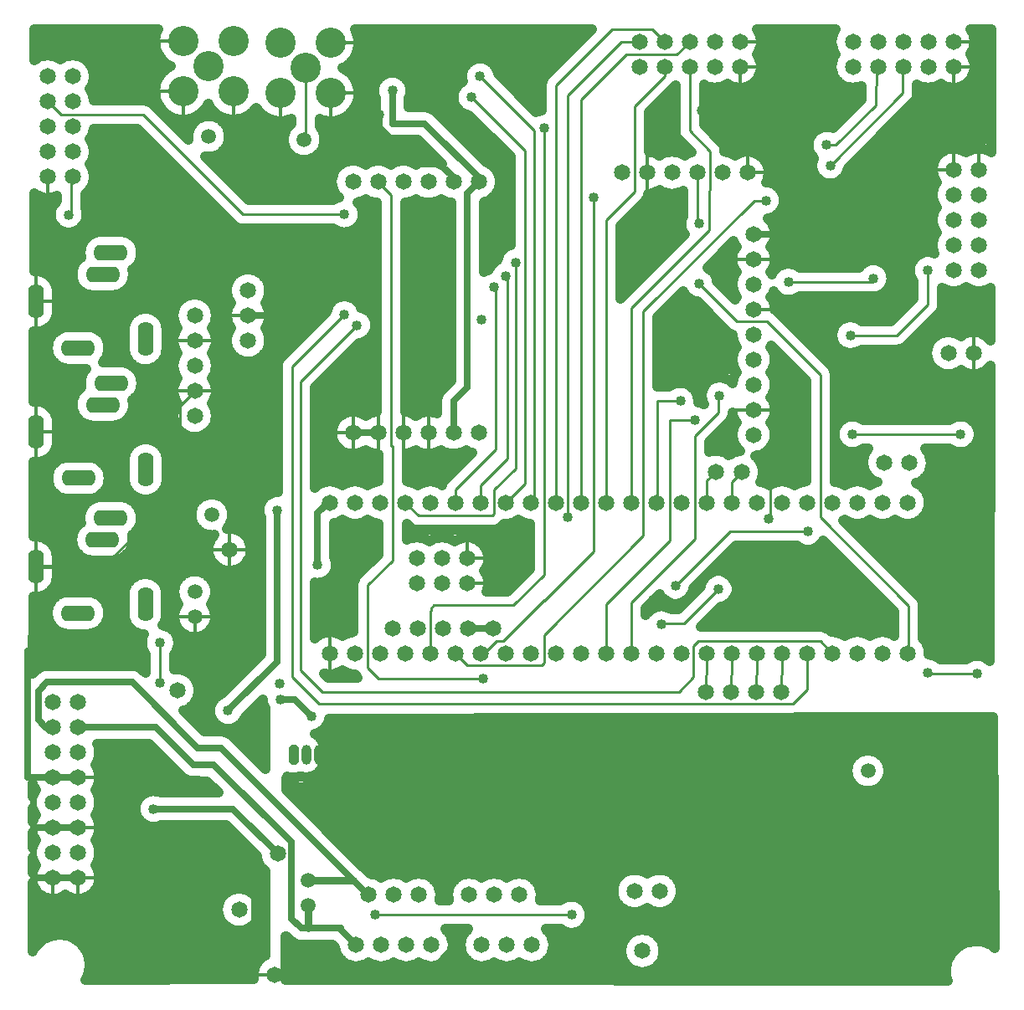
<source format=gbr>
G04 DipTrace 3.3.1.1*
G04 Bottom.gbr*
%MOIN*%
G04 #@! TF.FileFunction,Copper,L2,Bot*
G04 #@! TF.Part,Single*
%AMOUTLINE0*
4,1,8,
-0.019685,-0.029528,
-0.009843,-0.03937,
0.009843,-0.03937,
0.019685,-0.029528,
0.019685,0.029528,
0.009843,0.03937,
-0.009843,0.03937,
-0.019685,0.029528,
-0.019685,-0.029528,
0*%
G04 #@! TA.AperFunction,Conductor*
%ADD14C,0.027559*%
%ADD16C,0.011811*%
%ADD17C,0.03*%
%ADD19C,0.01*%
G04 #@! TA.AperFunction,CopperBalancing*
%ADD20C,0.04*%
%ADD21C,0.012992*%
G04 #@! TA.AperFunction,ComponentPad*
%ADD30O,0.062992X0.137795*%
%ADD31O,0.137795X0.062992*%
%ADD32C,0.065*%
%ADD33C,0.12*%
%ADD34C,0.059055*%
%ADD35O,0.03937X0.07874*%
%ADD83OUTLINE0*%
%FSLAX26Y26*%
G04*
G70*
G90*
G75*
G01*
G04 Bottom*
%LPD*%
X930358Y1165148D2*
D14*
X1245913D1*
X1424091Y986971D1*
X1583602Y2137289D2*
Y2343644D1*
X1625919Y2385961D1*
X1632766D1*
X1436657Y1602911D2*
X1490814D1*
X1558252Y1535472D1*
X2124291Y2663570D2*
Y2790076D1*
X2179804Y2845589D1*
Y3619083D1*
X2224291Y3663570D1*
X1227041Y1556402D2*
X1423238Y1752598D1*
Y2355781D1*
X1880694Y4027328D2*
Y3895686D1*
X2008396D1*
X2224291Y3679791D1*
Y3663570D1*
X529978Y1091374D2*
X450972D1*
Y891374D1*
X529978D1*
X1341362Y824387D2*
X1330955D1*
Y533740D1*
X2182766Y1885961D2*
X2282766D1*
X2124291Y3663570D2*
Y3679865D1*
X2070081Y3734075D1*
X1973467D1*
X1827189Y3880353D1*
Y3932798D1*
X3802692Y3454864D2*
X3319000D1*
Y3456008D1*
X2182766Y1871322D2*
D16*
Y1885961D1*
X1824291Y2663570D2*
D14*
X1724291D1*
X450972Y1091374D2*
Y1291374D1*
X529978D1*
Y891374D2*
X629978D1*
X529978Y1091374D2*
X629978D1*
X529978Y1291374D2*
X629978D1*
X1094000Y2831008D2*
D19*
X1094871Y2830138D1*
X1035440Y2770706D1*
Y2560379D1*
Y2435751D1*
X727154Y2127465D1*
X461705D1*
Y2130306D1*
X3526488Y2816510D2*
X3384152D1*
Y2322543D1*
X3379773D1*
X1306500Y3131008D2*
D14*
X1561171D1*
Y3218142D1*
X1797171D1*
X1027312Y2560379D2*
D19*
X1035440D1*
X1989804Y1418667D2*
D14*
X2239336D1*
X1412655Y506047D2*
X1981236D1*
X2013406Y538217D1*
X2052033D1*
X2136944Y623127D1*
X529978Y1291374D2*
X429723D1*
Y1795517D1*
X781316D1*
Y1884619D1*
X629978Y1491374D2*
X939530D1*
X1089340Y1341564D1*
X1168950D1*
X1477559Y1032955D1*
Y994108D1*
X1479806Y996354D1*
Y728983D1*
X1519126Y689663D1*
X1544000D1*
X1676406D1*
Y683665D1*
X1736944Y623127D1*
X1544000Y689663D2*
D17*
Y781008D1*
X3007974Y2054232D2*
D19*
X3224018Y2270277D1*
X3534890D1*
X3703938Y3052623D2*
X3889652D1*
X4012563Y3175534D1*
Y3311850D1*
X1534197Y4116571D2*
Y3831521D1*
X1529415D1*
X3183509Y2812163D2*
X3179037D1*
Y2746093D1*
X3084899Y2651955D1*
Y2240923D1*
X2832766Y1988790D1*
Y1785961D1*
X3084945Y2715160D2*
X2985661D1*
Y2233634D1*
X2732766Y1980739D1*
Y1785961D1*
X1824291Y3663570D2*
X1821190D1*
X1874949Y3609811D1*
Y2612109D1*
X1881223D1*
Y2155596D1*
X1783210Y2057583D1*
Y1726272D1*
X1824106Y1685375D1*
X2242783D1*
X2195440Y4000273D2*
X2408206Y3787507D1*
Y2461400D1*
X2332766Y2385961D1*
X2229965Y4084064D2*
X2445423Y3868606D1*
Y2385961D1*
X2432766D1*
X4143563Y2658109D2*
X3712699D1*
X2732766Y2385961D2*
Y3511933D1*
X2823591Y3602757D1*
X2822377D1*
X2843991Y3624371D1*
Y3963403D1*
X2963896Y4083308D1*
Y4122675D1*
X3132766Y1785961D2*
Y1699836D1*
X3130010Y1697080D1*
Y1631039D1*
X3532766Y1785961D2*
Y1642530D1*
X3475492Y1585256D1*
X1587470D1*
X1481936Y1690790D1*
Y2927497D1*
X1690261Y3135823D1*
Y3533909D2*
X1286285D1*
X889925Y3930269D1*
X561297D1*
X508419Y3983147D1*
X3632766Y1785961D2*
X3585265Y1833462D1*
X3100266D1*
X3080266Y1813462D1*
Y1691041D1*
X3020772Y1631546D1*
X1602277D1*
X1516963Y1716860D1*
Y2868920D1*
X1740484Y3092441D1*
X3179159Y2041542D2*
X3041235Y1903618D1*
X2951196D1*
Y1901429D1*
X1813404Y743588D2*
X2594251D1*
X3796136Y3279093D2*
Y3265531D1*
X3457560D1*
X3027230Y2790559D2*
X2936030D1*
Y2385961D1*
X2932766D1*
X3932766Y1785961D2*
X3936832D1*
Y1974262D1*
X3584768Y2326327D1*
Y2895904D1*
X3371713Y3108959D1*
X3251505D1*
X3102818Y3257647D1*
Y3496937D2*
X3094000D1*
Y3699793D1*
X2283997Y3244613D2*
X2292176D1*
Y2598001D1*
X2132766Y2438592D1*
Y2385961D1*
X2333455Y3288618D2*
X2338150D1*
Y2562642D1*
X2230877Y2455369D1*
Y2385961D1*
X2232766D1*
X2370644Y3342449D2*
Y2522891D1*
X2285274Y2437521D1*
Y2341194D1*
X2277617Y2333537D1*
X1985190D1*
X1932766Y2385961D1*
X529978Y1491374D2*
D14*
X500062D1*
X470661Y1520774D1*
Y1634168D1*
X506178Y1669685D1*
X844448D1*
X1105625Y1408508D1*
X1198108D1*
X1725608Y881008D1*
X1783488Y823127D1*
X1786944D1*
X1544000Y881008D2*
D17*
X1725608D1*
X2577290Y2328844D2*
D19*
X2580266Y2331820D1*
Y4009199D1*
X2793741Y4222675D1*
X2863898D1*
X2963896D2*
X2915530Y4271041D1*
X2754871D1*
X2532766Y4048936D1*
Y2385961D1*
X2632766D2*
Y3990617D1*
X2812324Y4170175D1*
X3011396D1*
X3063896Y4222675D1*
Y4122675D2*
Y3867862D1*
X3145846Y3785912D1*
Y3631967D1*
X3142138Y3628259D1*
Y3471098D1*
X2832766Y3161727D1*
Y2385961D1*
X4013193Y1708862D2*
Y1703631D1*
X4208423D1*
X2485580Y3876390D2*
X2483966D1*
Y2098178D1*
X2362051Y1976264D1*
X2046546D1*
X2034331Y1964049D1*
Y1956215D1*
X2032766D1*
Y1785961D1*
X3913896Y4122675D2*
X3913180Y4121958D1*
Y4016933D1*
X3623972Y3727726D1*
X3368133Y3589555D2*
X3321260D1*
X2880266Y3148562D1*
Y2255050D1*
X2484037Y1858820D1*
Y1748480D1*
X2474014Y1738458D1*
X2180269D1*
X2132766Y1785961D1*
X3609316Y3810003D2*
X3647029D1*
X3806436Y3969409D1*
Y4045668D1*
X3807222Y4046454D1*
Y4122675D1*
X3813896D1*
X2682112Y3600857D2*
X2682825D1*
Y2192197D1*
X2486647Y1996018D1*
Y1997827D1*
X2323814Y1834993D1*
X2296675D1*
X2232766Y1771085D1*
Y1785961D1*
X3232766D2*
Y1699836D1*
X3230010Y1697080D1*
Y1631039D1*
X3332766Y1785961D2*
Y1699836D1*
X3330010Y1697080D1*
Y1631039D1*
X3432766Y1785961D2*
Y1699836D1*
X3430010Y1697080D1*
Y1631039D1*
X3167507Y2508657D2*
X3132766Y2473917D1*
Y2385961D1*
X3271782Y2507526D2*
X3232766Y2468510D1*
Y2385961D1*
X608419Y3683147D2*
X601798D1*
Y3542646D1*
X591929Y3532777D1*
X956419Y1826589D2*
Y1667652D1*
D20*
X1583602Y2137289D3*
X1558252Y1535472D3*
X1330955Y533740D3*
X2239336Y1418667D3*
X3007974Y2054232D3*
X3534890Y2270277D3*
X3703938Y3052623D3*
X4012563Y3311850D3*
X2242783Y1685375D3*
X2195440Y4000273D3*
X4143563Y2658109D3*
X3712699D3*
X1690261Y3135823D3*
Y3533909D3*
X1740484Y3092441D3*
X3179159Y2041542D3*
X2951196Y1901429D3*
X1813404Y743588D3*
X2594251D3*
X3457560Y3265531D3*
X3027230Y2790559D3*
X3102818Y3257647D3*
Y3496937D3*
X4208423Y1703631D3*
X3623972Y3727726D3*
X3368133Y3589555D3*
X591929Y3532777D3*
X956419Y1826589D3*
Y1667652D3*
X895987Y1290752D3*
X1432703Y1663299D3*
X1827189Y3932798D3*
X2233957Y3116244D3*
X3066151Y3124420D3*
X3112264Y3948689D3*
X2908661D3*
X1994000Y3131008D3*
X1715648Y2121438D3*
X3298762Y1488941D3*
X4244000Y1381008D3*
X3649037Y2897118D3*
X3899122Y2141948D3*
X2919492Y1998992D3*
X1189142Y1889302D3*
X1171277Y2557874D3*
X1333570Y2196186D3*
X3379773Y2322543D3*
X2572722Y4211038D3*
X3488375Y4119978D3*
X3930676Y3801480D3*
X4207555Y1957189D3*
X2343824Y2172997D3*
X3463034Y2088720D3*
X3526488Y2816510D3*
X1797171Y3218142D3*
X1027312Y2560379D3*
X634780Y2637441D3*
X1015272Y3321364D3*
X781316Y1884619D3*
X2884927Y1393395D3*
X3399291Y1169993D3*
X4222211Y1102255D3*
X1989804Y1418667D3*
X1341362Y824387D3*
X1025320Y849549D3*
X3903226Y3193323D3*
X2507469Y4212777D3*
X3802692Y3454864D3*
X930358Y1165148D3*
X1436657Y1602911D3*
X1227041Y1556402D3*
X1423238Y2355781D3*
X1880694Y4027328D3*
X3183509Y2812163D3*
X3084945Y2715160D3*
X2229965Y4084064D3*
X3796136Y3279093D3*
X2283997Y3244613D3*
X2333455Y3288618D3*
X2370644Y3342449D3*
X2577290Y2328844D3*
X4013193Y1708862D3*
X2485580Y3876390D3*
X3609316Y3810003D3*
X2682112Y3600857D3*
X1618895Y1491654D2*
X4268011D1*
X1593130Y1451785D2*
X4268334D1*
X1612220Y1411916D2*
X4268693D1*
X1612830Y1372047D2*
X3710119D1*
X3837829D2*
X4269051D1*
X1605725Y1332178D2*
X3690240D1*
X3857745D2*
X4269410D1*
X1548942Y1292310D2*
X3692787D1*
X3855161D2*
X4269769D1*
X1462655Y1252441D2*
X3721208D1*
X3826741D2*
X4270092D1*
X1490501Y1212572D2*
X4270451D1*
X1530368Y1172703D2*
X4270810D1*
X1570236Y1132835D2*
X4271169D1*
X1610103Y1092966D2*
X4271492D1*
X1649970Y1053097D2*
X4271850D1*
X1689838Y1013228D2*
X4272209D1*
X1729705Y973360D2*
X4272568D1*
X1770613Y933491D2*
X4272891D1*
X2036802Y893622D2*
X2137064D1*
X2436803D2*
X2777131D1*
X3012565D2*
X4273250D1*
X2069277Y853753D2*
X2104625D1*
X2469278D2*
X2758076D1*
X3031583D2*
X4273609D1*
X2074552Y813885D2*
X2099350D1*
X2474517D2*
X2576646D1*
X2611846D2*
X2760480D1*
X3029179D2*
X4273968D1*
X2663053Y774016D2*
X2787142D1*
X3002553D2*
X4274326D1*
X2669225Y734147D2*
X4274649D1*
X2650170Y694278D2*
X4275008D1*
X2119012Y654409D2*
X2154863D1*
X2519013D2*
X2808637D1*
X2944420D2*
X4275367D1*
X1461004Y614541D2*
X1649075D1*
X2124610D2*
X2149301D1*
X2524611D2*
X2789762D1*
X2963331D2*
X4129031D1*
X1460896Y574672D2*
X1664218D1*
X2109683D2*
X2164193D1*
X2509684D2*
X2792238D1*
X2960820D2*
X4095013D1*
X1460825Y534803D2*
X2819079D1*
X2934014D2*
X4082167D1*
X1460717Y494934D2*
X4083387D1*
X4091296Y480402D2*
X4088380Y490423D1*
X4086577Y499428D1*
X4085468Y508545D1*
X4085059Y517720D1*
X4085352Y526899D1*
X4086345Y536030D1*
X4088033Y545057D1*
X4090405Y553930D1*
X4093448Y562595D1*
X4097145Y571002D1*
X4101473Y579103D1*
X4106407Y586849D1*
X4111919Y594195D1*
X4117975Y601099D1*
X4124541Y607521D1*
X4131579Y613421D1*
X4139047Y618767D1*
X4146902Y623527D1*
X4155097Y627673D1*
X4163585Y631180D1*
X4172316Y634029D1*
X4181239Y636203D1*
X4190302Y637688D1*
X4199452Y638477D1*
X4208636Y638565D1*
X4217799Y637950D1*
X4226889Y636638D1*
X4235852Y634635D1*
X4244636Y631952D1*
X4253189Y628607D1*
X4261462Y624618D1*
X4269406Y620009D1*
X4279739Y612577D1*
X4271650Y1531496D1*
X3487102Y1529865D1*
X3479933Y1528830D1*
X3457119Y1528656D1*
X2775771Y1528400D1*
X1629238Y1526038D1*
X1627874Y1518758D1*
X1624402Y1508072D1*
X1619301Y1498062D1*
X1612697Y1488972D1*
X1604752Y1481027D1*
X1595663Y1474423D1*
X1585652Y1469323D1*
X1574967Y1465851D1*
X1571628Y1465187D1*
X1579442Y1460250D1*
X1587948Y1452985D1*
X1595213Y1444479D1*
X1601057Y1434941D1*
X1605338Y1424607D1*
X1607949Y1413730D1*
X1608827Y1402579D1*
X1608607Y1357616D1*
X1606857Y1346567D1*
X1603401Y1335929D1*
X1598322Y1325962D1*
X1591748Y1316913D1*
X1583838Y1309003D1*
X1574788Y1302428D1*
X1564822Y1297350D1*
X1554183Y1293893D1*
X1543135Y1292143D1*
X1531949D1*
X1520901Y1293893D1*
X1515829Y1295324D1*
X1509430Y1293349D1*
X1501433Y1292083D1*
X1477699Y1291924D1*
X1469627Y1292559D1*
X1461739Y1294455D1*
X1458730Y1288379D1*
X1458697Y1240379D1*
X1762855Y936222D1*
X1768861Y931651D1*
X1776251Y924261D1*
X1780634Y918439D1*
X1792010Y907066D1*
X1800100Y906192D1*
X1806576Y904904D1*
X1812932Y903111D1*
X1819127Y900826D1*
X1825124Y898061D1*
X1830886Y894834D1*
X1836923Y890734D1*
X1843001Y894834D1*
X1848763Y898061D1*
X1854760Y900826D1*
X1860955Y903111D1*
X1867311Y904904D1*
X1873787Y906192D1*
X1880345Y906968D1*
X1886944Y907227D1*
X1893542Y906968D1*
X1900100Y906192D1*
X1906576Y904904D1*
X1912932Y903111D1*
X1919127Y900826D1*
X1925124Y898061D1*
X1930886Y894834D1*
X1936923Y890734D1*
X1943001Y894834D1*
X1948763Y898061D1*
X1954760Y900826D1*
X1960955Y903111D1*
X1967311Y904904D1*
X1973787Y906192D1*
X1980345Y906968D1*
X1986944Y907227D1*
X1993542Y906968D1*
X2000100Y906192D1*
X2006576Y904904D1*
X2012932Y903111D1*
X2019127Y900826D1*
X2025124Y898061D1*
X2030886Y894834D1*
X2036376Y891166D1*
X2041562Y887077D1*
X2046411Y882595D1*
X2050894Y877746D1*
X2054982Y872560D1*
X2058651Y867069D1*
X2061877Y861308D1*
X2064642Y855311D1*
X2066927Y849116D1*
X2068720Y842760D1*
X2070008Y836283D1*
X2070784Y829726D1*
X2071044Y823127D1*
X2070784Y816529D1*
X2070008Y809971D1*
X2067789Y800193D1*
X2106040Y800188D1*
X2103879Y809971D1*
X2103103Y816529D1*
X2102844Y823127D1*
X2103103Y829726D1*
X2103879Y836283D1*
X2105167Y842760D1*
X2106960Y849116D1*
X2109245Y855311D1*
X2112010Y861308D1*
X2115237Y867069D1*
X2118905Y872560D1*
X2122993Y877746D1*
X2127476Y882595D1*
X2132325Y887077D1*
X2137511Y891166D1*
X2143001Y894834D1*
X2148763Y898061D1*
X2154760Y900826D1*
X2160955Y903111D1*
X2167311Y904904D1*
X2173787Y906192D1*
X2180345Y906968D1*
X2186944Y907227D1*
X2193542Y906968D1*
X2200100Y906192D1*
X2206576Y904904D1*
X2212932Y903111D1*
X2219127Y900826D1*
X2225124Y898061D1*
X2230886Y894834D1*
X2236923Y890734D1*
X2243001Y894834D1*
X2248763Y898061D1*
X2254760Y900826D1*
X2260955Y903111D1*
X2267311Y904904D1*
X2273787Y906192D1*
X2280345Y906968D1*
X2286944Y907227D1*
X2293542Y906968D1*
X2300100Y906192D1*
X2306576Y904904D1*
X2312932Y903111D1*
X2319127Y900826D1*
X2325124Y898061D1*
X2330886Y894834D1*
X2336923Y890734D1*
X2343001Y894834D1*
X2348763Y898061D1*
X2354760Y900826D1*
X2360955Y903111D1*
X2367311Y904904D1*
X2373787Y906192D1*
X2380345Y906968D1*
X2386944Y907227D1*
X2393542Y906968D1*
X2400100Y906192D1*
X2406576Y904904D1*
X2412932Y903111D1*
X2419127Y900826D1*
X2425124Y898061D1*
X2430886Y894834D1*
X2436376Y891166D1*
X2441562Y887077D1*
X2446411Y882595D1*
X2450894Y877746D1*
X2454982Y872560D1*
X2458651Y867069D1*
X2461877Y861308D1*
X2464642Y855311D1*
X2466927Y849116D1*
X2468720Y842760D1*
X2470008Y836283D1*
X2470784Y829726D1*
X2471044Y823127D1*
X2470784Y816529D1*
X2470008Y809971D1*
X2467789Y800193D1*
X2550430Y800188D1*
X2556840Y804637D1*
X2566851Y809738D1*
X2577536Y813210D1*
X2588633Y814967D1*
X2599868D1*
X2610965Y813210D1*
X2621651Y809738D1*
X2631662Y804637D1*
X2640751Y798033D1*
X2648696Y790088D1*
X2655300Y780999D1*
X2660400Y770988D1*
X2663872Y760303D1*
X2665630Y749206D1*
Y737970D1*
X2663872Y726873D1*
X2660400Y716188D1*
X2655300Y706177D1*
X2648696Y697087D1*
X2640751Y689143D1*
X2631662Y682539D1*
X2621651Y677438D1*
X2610965Y673966D1*
X2599868Y672209D1*
X2588633D1*
X2577536Y673966D1*
X2566851Y677438D1*
X2556840Y682539D1*
X2550492Y686981D1*
X2491658Y686988D1*
X2496411Y682595D1*
X2500894Y677746D1*
X2504982Y672560D1*
X2508651Y667069D1*
X2511877Y661308D1*
X2514642Y655311D1*
X2516927Y649116D1*
X2518720Y642760D1*
X2520008Y636283D1*
X2520784Y629726D1*
X2521044Y623127D1*
X2520784Y616529D1*
X2520008Y609971D1*
X2518720Y603495D1*
X2516927Y597139D1*
X2514642Y590944D1*
X2511877Y584947D1*
X2508651Y579185D1*
X2504982Y573695D1*
X2500894Y568509D1*
X2496411Y563660D1*
X2491562Y559177D1*
X2486376Y555089D1*
X2480886Y551420D1*
X2475124Y548194D1*
X2469127Y545429D1*
X2462932Y543143D1*
X2456576Y541351D1*
X2450100Y540063D1*
X2443542Y539287D1*
X2436944Y539027D1*
X2430345Y539287D1*
X2423787Y540063D1*
X2417311Y541351D1*
X2410955Y543143D1*
X2404760Y545429D1*
X2398763Y548194D1*
X2393001Y551420D1*
X2386964Y555520D1*
X2380886Y551420D1*
X2375124Y548194D1*
X2369127Y545429D1*
X2362932Y543143D1*
X2356576Y541351D1*
X2350100Y540063D1*
X2343542Y539287D1*
X2336944Y539027D1*
X2330345Y539287D1*
X2323787Y540063D1*
X2317311Y541351D1*
X2310955Y543143D1*
X2304760Y545429D1*
X2298763Y548194D1*
X2293001Y551420D1*
X2286964Y555520D1*
X2280886Y551420D1*
X2275124Y548194D1*
X2269127Y545429D1*
X2262932Y543143D1*
X2256576Y541351D1*
X2250100Y540063D1*
X2243542Y539287D1*
X2236944Y539027D1*
X2230345Y539287D1*
X2223787Y540063D1*
X2217311Y541351D1*
X2210955Y543143D1*
X2204760Y545429D1*
X2198763Y548194D1*
X2193001Y551420D1*
X2187511Y555089D1*
X2182325Y559177D1*
X2177476Y563660D1*
X2172993Y568509D1*
X2168905Y573695D1*
X2165237Y579185D1*
X2162010Y584947D1*
X2159245Y590944D1*
X2156960Y597139D1*
X2155167Y603495D1*
X2153879Y609971D1*
X2153103Y616529D1*
X2152844Y623127D1*
X2153103Y629726D1*
X2153879Y636283D1*
X2155167Y642760D1*
X2156960Y649116D1*
X2159245Y655311D1*
X2162010Y661308D1*
X2165237Y667069D1*
X2168905Y672560D1*
X2172993Y677746D1*
X2177476Y682595D1*
X2182230Y686990D1*
X2091693Y686988D1*
X2096411Y682595D1*
X2100894Y677746D1*
X2104982Y672560D1*
X2108651Y667069D1*
X2111877Y661308D1*
X2114642Y655311D1*
X2116927Y649116D1*
X2118720Y642760D1*
X2120008Y636283D1*
X2120784Y629726D1*
X2121044Y623127D1*
X2120784Y616529D1*
X2120008Y609971D1*
X2118720Y603495D1*
X2116927Y597139D1*
X2114642Y590944D1*
X2111877Y584947D1*
X2108651Y579185D1*
X2104982Y573695D1*
X2100894Y568509D1*
X2096411Y563660D1*
X2091562Y559177D1*
X2086376Y555089D1*
X2080886Y551420D1*
X2075124Y548194D1*
X2069127Y545429D1*
X2062932Y543143D1*
X2056576Y541351D1*
X2050100Y540063D1*
X2043542Y539287D1*
X2036944Y539027D1*
X2030345Y539287D1*
X2023787Y540063D1*
X2017311Y541351D1*
X2010955Y543143D1*
X2004760Y545429D1*
X1998763Y548194D1*
X1993001Y551420D1*
X1986964Y555520D1*
X1980886Y551420D1*
X1975124Y548194D1*
X1969127Y545429D1*
X1962932Y543143D1*
X1956576Y541351D1*
X1950100Y540063D1*
X1943542Y539287D1*
X1936944Y539027D1*
X1930345Y539287D1*
X1923787Y540063D1*
X1917311Y541351D1*
X1910955Y543143D1*
X1904760Y545429D1*
X1898763Y548194D1*
X1893001Y551420D1*
X1886964Y555520D1*
X1880886Y551420D1*
X1875124Y548194D1*
X1869127Y545429D1*
X1862932Y543143D1*
X1856576Y541351D1*
X1850100Y540063D1*
X1843542Y539287D1*
X1836944Y539027D1*
X1830345Y539287D1*
X1823787Y540063D1*
X1817311Y541351D1*
X1810955Y543143D1*
X1804760Y545429D1*
X1798763Y548194D1*
X1793001Y551420D1*
X1786964Y555520D1*
X1780886Y551420D1*
X1775124Y548194D1*
X1769127Y545429D1*
X1762932Y543143D1*
X1756576Y541351D1*
X1750100Y540063D1*
X1743542Y539287D1*
X1736944Y539027D1*
X1730345Y539287D1*
X1723787Y540063D1*
X1717311Y541351D1*
X1710955Y543143D1*
X1704760Y545429D1*
X1698763Y548194D1*
X1693001Y551420D1*
X1687511Y555089D1*
X1682325Y559177D1*
X1677476Y563660D1*
X1672993Y568509D1*
X1668905Y573695D1*
X1665237Y579185D1*
X1662010Y584947D1*
X1659245Y590944D1*
X1656960Y597139D1*
X1655167Y603495D1*
X1653373Y614249D1*
X1643340Y624270D1*
X1556660Y624283D1*
X1549225Y623268D1*
X1538775D1*
X1531558Y624285D1*
X1513996Y624485D1*
X1503863Y626090D1*
X1494106Y629260D1*
X1484965Y633917D1*
X1476665Y639948D1*
X1459904Y656424D1*
X1457138Y659190D1*
X1456678Y484468D1*
X4091259Y480427D1*
X2960376Y593122D2*
X2959600Y586564D1*
X2958312Y580088D1*
X2956519Y573732D1*
X2954234Y567537D1*
X2951469Y561540D1*
X2948242Y555778D1*
X2944574Y550288D1*
X2940486Y545102D1*
X2936003Y540253D1*
X2931154Y535770D1*
X2925968Y531682D1*
X2920478Y528013D1*
X2914716Y524787D1*
X2908719Y522022D1*
X2902524Y519737D1*
X2896168Y517944D1*
X2889692Y516656D1*
X2883134Y515880D1*
X2876535Y515620D1*
X2869937Y515880D1*
X2863379Y516656D1*
X2856903Y517944D1*
X2850547Y519737D1*
X2844352Y522022D1*
X2838355Y524787D1*
X2832593Y528013D1*
X2827103Y531682D1*
X2821917Y535770D1*
X2817068Y540253D1*
X2812585Y545102D1*
X2808497Y550288D1*
X2804828Y555778D1*
X2801602Y561540D1*
X2798837Y567537D1*
X2796552Y573732D1*
X2794759Y580088D1*
X2793471Y586564D1*
X2792695Y593122D1*
X2792435Y599720D1*
X2792695Y606319D1*
X2793471Y612877D1*
X2794759Y619353D1*
X2796552Y625709D1*
X2798837Y631904D1*
X2801602Y637901D1*
X2804828Y643663D1*
X2808497Y649153D1*
X2812585Y654339D1*
X2817068Y659188D1*
X2821917Y663671D1*
X2827103Y667759D1*
X2832593Y671428D1*
X2838355Y674654D1*
X2844352Y677419D1*
X2850547Y679704D1*
X2856903Y681497D1*
X2863379Y682785D1*
X2869937Y683561D1*
X2876535Y683820D1*
X2883134Y683561D1*
X2889692Y682785D1*
X2896168Y681497D1*
X2902524Y679704D1*
X2908719Y677419D1*
X2914716Y674654D1*
X2920478Y671428D1*
X2925968Y667759D1*
X2931154Y663671D1*
X2936003Y659188D1*
X2940486Y654339D1*
X2944574Y649153D1*
X2948242Y643663D1*
X2951469Y637901D1*
X2954234Y631904D1*
X2956519Y625709D1*
X2958312Y619353D1*
X2959600Y612877D1*
X2960376Y606319D1*
X2960635Y599720D1*
X2960376Y593122D1*
X3854862Y1310913D2*
X3854113Y1304587D1*
X3852870Y1298339D1*
X3851141Y1292208D1*
X3848936Y1286232D1*
X3846269Y1280447D1*
X3843157Y1274889D1*
X3839618Y1269593D1*
X3835674Y1264590D1*
X3831350Y1259912D1*
X3826672Y1255588D1*
X3821670Y1251645D1*
X3816373Y1248106D1*
X3810815Y1244993D1*
X3805030Y1242326D1*
X3799054Y1240121D1*
X3792923Y1238392D1*
X3786675Y1237149D1*
X3780349Y1236401D1*
X3773984Y1236151D1*
X3767619Y1236401D1*
X3761293Y1237149D1*
X3755045Y1238392D1*
X3748914Y1240121D1*
X3742938Y1242326D1*
X3737153Y1244993D1*
X3731595Y1248106D1*
X3726299Y1251645D1*
X3721296Y1255588D1*
X3716618Y1259912D1*
X3712294Y1264590D1*
X3708351Y1269593D1*
X3704812Y1274889D1*
X3701699Y1280447D1*
X3699032Y1286232D1*
X3696827Y1292208D1*
X3695098Y1298339D1*
X3693856Y1304587D1*
X3693107Y1310913D1*
X3692857Y1317278D1*
X3693107Y1323643D1*
X3693856Y1329969D1*
X3695098Y1336217D1*
X3696827Y1342348D1*
X3699032Y1348324D1*
X3701699Y1354109D1*
X3704812Y1359667D1*
X3708351Y1364964D1*
X3712294Y1369966D1*
X3716618Y1374644D1*
X3721296Y1378968D1*
X3726299Y1382912D1*
X3731595Y1386451D1*
X3737153Y1389563D1*
X3742938Y1392230D1*
X3748914Y1394435D1*
X3755045Y1396164D1*
X3761293Y1397407D1*
X3767619Y1398156D1*
X3773984Y1398406D1*
X3780349Y1398156D1*
X3786675Y1397407D1*
X3792923Y1396164D1*
X3799054Y1394435D1*
X3805030Y1392230D1*
X3810815Y1389563D1*
X3816373Y1386451D1*
X3821670Y1382912D1*
X3826672Y1378968D1*
X3831350Y1374644D1*
X3835674Y1369966D1*
X3839618Y1364964D1*
X3843157Y1359667D1*
X3846269Y1354109D1*
X3848936Y1348324D1*
X3851141Y1342348D1*
X3852870Y1336217D1*
X3854113Y1329969D1*
X3854862Y1323643D1*
X3855112Y1317278D1*
X3854862Y1310913D1*
X2894817Y771125D2*
X2888779Y767025D1*
X2883018Y763799D1*
X2877021Y761034D1*
X2870826Y758748D1*
X2864470Y756956D1*
X2857993Y755668D1*
X2851436Y754892D1*
X2844837Y754632D1*
X2838239Y754892D1*
X2831681Y755668D1*
X2825205Y756956D1*
X2818849Y758748D1*
X2812654Y761034D1*
X2806657Y763799D1*
X2800895Y767025D1*
X2795405Y770694D1*
X2790219Y774782D1*
X2785370Y779265D1*
X2780887Y784114D1*
X2776799Y789300D1*
X2773130Y794790D1*
X2769904Y800552D1*
X2767139Y806549D1*
X2764853Y812744D1*
X2763061Y819100D1*
X2761773Y825576D1*
X2760997Y832134D1*
X2760737Y838732D1*
X2760997Y845331D1*
X2761773Y851888D1*
X2763061Y858365D1*
X2764853Y864721D1*
X2767139Y870916D1*
X2769904Y876913D1*
X2773130Y882674D1*
X2776799Y888165D1*
X2780887Y893351D1*
X2785370Y898200D1*
X2790219Y902682D1*
X2795405Y906771D1*
X2800895Y910439D1*
X2806657Y913666D1*
X2812654Y916431D1*
X2818849Y918716D1*
X2825205Y920509D1*
X2831681Y921797D1*
X2838239Y922573D1*
X2844837Y922832D1*
X2851436Y922573D1*
X2857993Y921797D1*
X2864470Y920509D1*
X2870826Y918716D1*
X2877021Y916431D1*
X2883018Y913666D1*
X2888779Y910439D1*
X2894817Y906339D1*
X2900895Y910439D1*
X2906657Y913666D1*
X2912654Y916431D1*
X2918849Y918716D1*
X2925205Y920509D1*
X2931681Y921797D1*
X2938239Y922573D1*
X2944837Y922832D1*
X2951436Y922573D1*
X2957993Y921797D1*
X2964470Y920509D1*
X2970826Y918716D1*
X2977021Y916431D1*
X2983018Y913666D1*
X2988779Y910439D1*
X2994270Y906771D1*
X2999456Y902682D1*
X3004305Y898200D1*
X3008787Y893351D1*
X3012876Y888165D1*
X3016544Y882674D1*
X3019771Y876913D1*
X3022536Y870916D1*
X3024821Y864721D1*
X3026614Y858365D1*
X3027902Y851888D1*
X3028678Y845331D1*
X3028937Y838732D1*
X3028678Y832134D1*
X3027902Y825576D1*
X3026614Y819100D1*
X3024821Y812744D1*
X3022536Y806549D1*
X3019771Y800552D1*
X3016544Y794790D1*
X3012876Y789300D1*
X3008787Y784114D1*
X3004305Y779265D1*
X2999456Y774782D1*
X2994270Y770694D1*
X2988779Y767025D1*
X2983018Y763799D1*
X2977021Y761034D1*
X2970826Y758748D1*
X2964470Y756956D1*
X2957993Y755668D1*
X2951436Y754892D1*
X2944837Y754632D1*
X2938239Y754892D1*
X2931681Y755668D1*
X2925205Y756956D1*
X2918849Y758748D1*
X2912654Y761034D1*
X2906657Y763799D1*
X2900895Y767025D1*
X2894858Y771125D1*
X460457Y4232234D2*
X932659D1*
X1748699D2*
X2632027D1*
X3351467D2*
X3626342D1*
X4201455D2*
X4262210D1*
X460350Y4192365D2*
X936571D1*
X1747156D2*
X2592159D1*
X3346335D2*
X3631437D1*
X4196360D2*
X4262066D1*
X660009Y4152496D2*
X957384D1*
X1729573D2*
X2204897D1*
X2255025D2*
X2552292D1*
X3346515D2*
X3631258D1*
X4196539D2*
X4261922D1*
X691193Y4112627D2*
X977371D1*
X1695017D2*
X2160293D1*
X2299629D2*
X2512425D1*
X3351395D2*
X3626413D1*
X4201384D2*
X4261779D1*
X695857Y4072759D2*
X943999D1*
X1734633D2*
X1821367D1*
X1940034D2*
X2155270D1*
X2325322D2*
X2477438D1*
X3335570D2*
X3642203D1*
X4185595D2*
X4261635D1*
X680248Y4032890D2*
X932731D1*
X1748592D2*
X1805327D1*
X1956074D2*
X2127710D1*
X2365190D2*
X2472163D1*
X3124499D2*
X3745836D1*
X3973770D2*
X4261492D1*
X695929Y3993021D2*
X936391D1*
X1747300D2*
X1811320D1*
X1950082D2*
X2120211D1*
X2405057D2*
X2472163D1*
X2957638D2*
X3003285D1*
X3124499D2*
X3745836D1*
X3968495D2*
X4261348D1*
X1730040Y3953152D2*
X1811320D1*
X2043560D2*
X2137543D1*
X2444924D2*
X2472163D1*
X2917770D2*
X3003285D1*
X3124499D2*
X3706148D1*
X3933436D2*
X4261205D1*
X990969Y3913283D2*
X1023554D1*
X1072211D2*
X1102858D1*
X1196298D2*
X1223572D1*
X1272229D2*
X1387922D1*
X1680448D2*
X1811320D1*
X2087267D2*
X2198402D1*
X2904601D2*
X3003285D1*
X3124499D2*
X3666281D1*
X3893569D2*
X4261061D1*
X695965Y3873415D2*
X862721D1*
X1030836D2*
X1069845D1*
X1229312D2*
X1455958D1*
X1602902D2*
X1815231D1*
X2127134D2*
X2238270D1*
X2904601D2*
X3003285D1*
X3142405D2*
X3572085D1*
X3853702D2*
X4260918D1*
X680320Y3833546D2*
X902588D1*
X1233977D2*
X1444296D1*
X1614529D2*
X1856354D1*
X2167001D2*
X2278137D1*
X2904601D2*
X3014875D1*
X3182273D2*
X3537708D1*
X3813834D2*
X4260810D1*
X695857Y3793677D2*
X942456D1*
X1216968D2*
X1453662D1*
X1605163D2*
X2013958D1*
X2206869D2*
X2318004D1*
X2904601D2*
X3054025D1*
X3205920D2*
X3535591D1*
X3773967D2*
X4090898D1*
X4141457D2*
X4190908D1*
X691228Y3753808D2*
X982359D1*
X1150438D2*
X1502141D1*
X1556719D2*
X2053825D1*
X2246736D2*
X2347609D1*
X3362447D2*
X3553282D1*
X3734100D2*
X4039046D1*
X690690Y3713940D2*
X1022226D1*
X1190306D2*
X1652927D1*
X2295646D2*
X2347609D1*
X3380892D2*
X3549729D1*
X3698216D2*
X4028101D1*
X696037Y3674071D2*
X1062094D1*
X1230173D2*
X1636851D1*
X2311722D2*
X2347609D1*
X3378057D2*
X3572551D1*
X3675393D2*
X4037287D1*
X680822Y3634202D2*
X1101961D1*
X1270040D2*
X1641480D1*
X2307093D2*
X2347609D1*
X3428115D2*
X4030972D1*
X458842Y3594333D2*
X541199D1*
X662413D2*
X1141828D1*
X1309908D2*
X1647831D1*
X2276018D2*
X2347609D1*
X2895953D2*
X3033391D1*
X3443581D2*
X4030039D1*
X458771Y3554465D2*
X519704D1*
X664172D2*
X1181696D1*
X1762838D2*
X1814334D1*
X1935548D2*
X2110414D1*
X2249176D2*
X2347609D1*
X2859351D2*
X3033391D1*
X3434539D2*
X4039405D1*
X458663Y3514596D2*
X518664D1*
X665176D2*
X1221563D1*
X1763197D2*
X1814334D1*
X1935548D2*
X2110414D1*
X2249176D2*
X2347609D1*
X2819484D2*
X3029444D1*
X3383332D2*
X4028101D1*
X458555Y3474727D2*
X546007D1*
X637833D2*
X1645965D1*
X1734561D2*
X1814334D1*
X1935548D2*
X2110414D1*
X2249176D2*
X2347609D1*
X2793360D2*
X3030736D1*
X3405006D2*
X4036964D1*
X458448Y3434858D2*
X655311D1*
X864764D2*
X1814334D1*
X1935548D2*
X2110414D1*
X2249176D2*
X2347609D1*
X2793360D2*
X3021837D1*
X3404396D2*
X4031151D1*
X458376Y3394990D2*
X636723D1*
X883352D2*
X1814334D1*
X1935548D2*
X2110414D1*
X2249176D2*
X2318004D1*
X2793360D2*
X2981969D1*
X3210729D2*
X3240479D1*
X3397506D2*
X4029895D1*
X458268Y3355121D2*
X628792D1*
X880374D2*
X1814334D1*
X1935548D2*
X2110414D1*
X2249176D2*
X2296187D1*
X2793360D2*
X2942102D1*
X3170862D2*
X3230898D1*
X3407087D2*
X3951524D1*
X458161Y3315252D2*
X605575D1*
X852169D2*
X1814334D1*
X1935548D2*
X2110414D1*
X2793360D2*
X2902235D1*
X3149331D2*
X3241448D1*
X3861919D2*
X3937027D1*
X532118Y3275383D2*
X605396D1*
X849693D2*
X1231072D1*
X1381927D2*
X1814334D1*
X1935548D2*
X2110414D1*
X2793360D2*
X2862367D1*
X3176172D2*
X3233159D1*
X3871644D2*
X3946931D1*
X548912Y3235514D2*
X628146D1*
X826978D2*
X1218513D1*
X1394487D2*
X1814334D1*
X1935548D2*
X2110414D1*
X2793360D2*
X2822500D1*
X3209006D2*
X3233446D1*
X3856931D2*
X3951955D1*
X4154447D2*
X4177918D1*
X549665Y3195646D2*
X1036185D1*
X1151802D2*
X1226192D1*
X1386807D2*
X1646934D1*
X1733592D2*
X1814334D1*
X1935548D2*
X2110414D1*
X3011392D2*
X3062996D1*
X3397183D2*
X3437986D1*
X3477133D2*
X3948618D1*
X4073169D2*
X4258513D1*
X549665Y3155777D2*
X876285D1*
X920098D2*
X1009631D1*
X1178356D2*
X1222137D1*
X1390862D2*
X1617509D1*
X1777873D2*
X1814334D1*
X1935548D2*
X2110414D1*
X2971525D2*
X3120626D1*
X3407518D2*
X3908750D1*
X4069617D2*
X4258370D1*
X542560Y3115908D2*
X822064D1*
X974319D2*
X1007263D1*
X1180725D2*
X1219769D1*
X1393231D2*
X1586290D1*
X1935548D2*
X2110414D1*
X2940880D2*
X3160529D1*
X3448820D2*
X3666460D1*
X3741420D2*
X3868883D1*
X4036998D2*
X4258226D1*
X505384Y3076039D2*
X550385D1*
X709960D2*
X811120D1*
X985263D2*
X1018961D1*
X1169026D2*
X1231467D1*
X1381533D2*
X1546423D1*
X1935548D2*
X2110414D1*
X2940880D2*
X3200396D1*
X3488688D2*
X3632263D1*
X3997095D2*
X4258083D1*
X457479Y3036171D2*
X512886D1*
X747495D2*
X811084D1*
X985299D2*
X1006043D1*
X1181945D2*
X1218549D1*
X1394451D2*
X1506555D1*
X1788746D2*
X1814334D1*
X1935548D2*
X2110414D1*
X2940880D2*
X3233266D1*
X3528555D2*
X3630253D1*
X3957228D2*
X4026522D1*
X457371Y2996302D2*
X505889D1*
X754456D2*
X811191D1*
X985228D2*
X1013399D1*
X1174588D2*
X1225905D1*
X1387095D2*
X1466688D1*
X1728389D2*
X1814334D1*
X1935548D2*
X2110414D1*
X2940880D2*
X3241197D1*
X3568422D2*
X3655731D1*
X3899275D2*
X4007288D1*
X457264Y2956433D2*
X519525D1*
X740856D2*
X823320D1*
X973063D2*
X1009846D1*
X1178177D2*
X1263619D1*
X1349380D2*
X1429297D1*
X1688522D2*
X1814334D1*
X1935548D2*
X2110414D1*
X2940880D2*
X3230898D1*
X3407087D2*
X3440210D1*
X3608290D2*
X4009585D1*
X457156Y2916564D2*
X656961D1*
X864549D2*
X1007155D1*
X1180868D2*
X1421330D1*
X1648654D2*
X1814334D1*
X1935548D2*
X2110414D1*
X2940880D2*
X3240730D1*
X3397291D2*
X3480078D1*
X3641447D2*
X4035960D1*
X457084Y2876696D2*
X637620D1*
X883891D2*
X1019391D1*
X1168596D2*
X1421330D1*
X1608787D2*
X1814334D1*
X1935548D2*
X2110414D1*
X2940880D2*
X3148508D1*
X3404504D2*
X3519945D1*
X3645358D2*
X4257401D1*
X456976Y2836827D2*
X630658D1*
X881450D2*
X1006114D1*
X1181909D2*
X1421330D1*
X1577568D2*
X1814334D1*
X1935548D2*
X2074566D1*
X3085888D2*
X3112301D1*
X3404898D2*
X3524179D1*
X3645358D2*
X4257257D1*
X456869Y2796958D2*
X606544D1*
X854286D2*
X1013112D1*
X1174911D2*
X1421330D1*
X1577568D2*
X1814334D1*
X1935548D2*
X2055260D1*
X3396465D2*
X3524179D1*
X3645358D2*
X4257114D1*
X531974Y2757089D2*
X605862D1*
X850662D2*
X1010062D1*
X1177962D2*
X1421330D1*
X1577568D2*
X1814334D1*
X1935548D2*
X2054901D1*
X3407087D2*
X3524179D1*
X3645358D2*
X4256970D1*
X549450Y2717220D2*
X627751D1*
X828772D2*
X1007047D1*
X1180976D2*
X1421330D1*
X1577568D2*
X1655510D1*
X3397614D2*
X3524179D1*
X3645358D2*
X3668290D1*
X3757102D2*
X4099152D1*
X4187963D2*
X4256827D1*
X550383Y2677352D2*
X1025241D1*
X1162747D2*
X1421330D1*
X1577568D2*
X1637317D1*
X3194330D2*
X3233661D1*
X3404360D2*
X3524179D1*
X4216527D2*
X4256683D1*
X550383Y2637483D2*
X882960D1*
X914859D2*
X1421330D1*
X1577568D2*
X1640331D1*
X3154462D2*
X3232979D1*
X3405042D2*
X3524179D1*
X4216132D2*
X4256540D1*
X543744Y2597614D2*
X823428D1*
X974391D2*
X1421330D1*
X1577568D2*
X1668106D1*
X3145491D2*
X3254474D1*
X3383511D2*
X3524179D1*
X3645358D2*
X3670408D1*
X4008147D2*
X4101269D1*
X4185846D2*
X4256396D1*
X508076Y2557745D2*
X553292D1*
X708525D2*
X811837D1*
X985981D2*
X1421330D1*
X1577568D2*
X1820614D1*
X1941828D2*
X2167865D1*
X3343249D2*
X3524179D1*
X3645358D2*
X3752223D1*
X4026986D2*
X4256253D1*
X456187Y2517877D2*
X514106D1*
X747710D2*
X811801D1*
X986017D2*
X1421330D1*
X1577568D2*
X1820614D1*
X1941828D2*
X2127998D1*
X3359254D2*
X3524179D1*
X3645358D2*
X3756386D1*
X4024439D2*
X4256109D1*
X456079Y2478008D2*
X506535D1*
X755246D2*
X811837D1*
X985981D2*
X1421330D1*
X1577568D2*
X1820614D1*
X1941828D2*
X2088130D1*
X3354517D2*
X3524179D1*
X3645358D2*
X3786385D1*
X3997561D2*
X4255966D1*
X455972Y2438139D2*
X519525D1*
X742256D2*
X823392D1*
X974426D2*
X1421330D1*
X4002729D2*
X4255822D1*
X455900Y2398270D2*
X679640D1*
X838748D2*
X882565D1*
X915253D2*
X1104365D1*
X1219408D2*
X1361619D1*
X4019953D2*
X4255679D1*
X455792Y2358402D2*
X641926D1*
X876427D2*
X1079569D1*
X1244240D2*
X1347696D1*
X4016221D2*
X4255535D1*
X455685Y2318533D2*
X634892D1*
X883460D2*
X1078959D1*
X1244814D2*
X1353868D1*
X3987012D2*
X4255392D1*
X455577Y2278664D2*
X612608D1*
X869932D2*
X1101817D1*
X1261141D2*
X1353868D1*
X1652996D2*
X1820614D1*
X1941828D2*
X1967308D1*
X2295503D2*
X2423360D1*
X3716481D2*
X4255248D1*
X508721Y2238795D2*
X602202D1*
X851200D2*
X1155141D1*
X1310410D2*
X1353868D1*
X1652996D2*
X1820614D1*
X2219034D2*
X2423360D1*
X3756348D2*
X4255104D1*
X542704Y2198927D2*
X612178D1*
X841224D2*
X1144663D1*
X1320852D2*
X1353868D1*
X1652996D2*
X1820614D1*
X2258614D2*
X2423360D1*
X3236709D2*
X3524933D1*
X3544886D2*
X3628136D1*
X3796215D2*
X4254961D1*
X548804Y2159058D2*
X660585D1*
X792817D2*
X1154316D1*
X1311235D2*
X1353868D1*
X1655795D2*
X1800626D1*
X2266580D2*
X2423360D1*
X3196842D2*
X3668003D1*
X3836083D2*
X4254817D1*
X548804Y2119189D2*
X1199853D1*
X1265662D2*
X1353868D1*
X1656872D2*
X1760759D1*
X2254379D2*
X2420920D1*
X3156974D2*
X3707871D1*
X3875950D2*
X4254674D1*
X547692Y2079320D2*
X837243D1*
X957453D2*
X1024810D1*
X1163177D2*
X1353868D1*
X1629636D2*
X1726956D1*
X2265073D2*
X2381053D1*
X3243994D2*
X3747738D1*
X3915817D2*
X4254566D1*
X529319Y2039451D2*
X813057D1*
X981639D2*
X1009308D1*
X1178679D2*
X1353868D1*
X1577568D2*
X1722614D1*
X2263315D2*
X2341185D1*
X3254723D2*
X3787605D1*
X3955685D2*
X4254423D1*
X454895Y1999583D2*
X524656D1*
X734002D2*
X810258D1*
X984438D2*
X1015193D1*
X1172794D2*
X1353868D1*
X1577568D2*
X1722614D1*
X2927603D2*
X2957712D1*
X3241159D2*
X3827473D1*
X3991461D2*
X4254279D1*
X454788Y1959714D2*
X505996D1*
X752626D2*
X810258D1*
X984438D2*
X1014116D1*
X1173871D2*
X1353868D1*
X1577568D2*
X1722614D1*
X3181376D2*
X3867340D1*
X3997418D2*
X4254136D1*
X454680Y1919845D2*
X508975D1*
X749684D2*
X813596D1*
X981065D2*
X1009631D1*
X1178356D2*
X1353868D1*
X1577568D2*
X1722614D1*
X3141508D2*
X3876239D1*
X3997418D2*
X4253992D1*
X454608Y1879976D2*
X537108D1*
X721551D2*
X839432D1*
X1161060D2*
X1353868D1*
X1577568D2*
X1722614D1*
X3621531D2*
X3876239D1*
X3997418D2*
X4253848D1*
X454500Y1840108D2*
X882099D1*
X1030729D2*
X1353868D1*
X4001114D2*
X4253705D1*
X454393Y1800239D2*
X885831D1*
X1026997D2*
X1353868D1*
X4019630D2*
X4253561D1*
X454285Y1760370D2*
X895806D1*
X1017021D2*
X1334562D1*
X4066926D2*
X4160765D1*
X1037403Y1720501D2*
X1294695D1*
X1100344Y1680633D2*
X1254828D1*
X1112545Y1640764D2*
X1214924D1*
X1104542Y1600895D2*
X1166947D1*
X1064890Y1561026D2*
X1151589D1*
X1328137D2*
X1370159D1*
X1089435Y1521157D2*
X1160703D1*
X1293365D2*
X1370231D1*
X1129303Y1481289D2*
X1370303D1*
X1261643Y1441420D2*
X1370375D1*
X717460Y1401551D2*
X932875D1*
X1301511D2*
X1370446D1*
X712651Y1361682D2*
X972778D1*
X1341378D2*
X1370518D1*
X712364Y1321814D2*
X1012645D1*
X717532Y1281945D2*
X1058505D1*
X702101Y1242076D2*
X1171971D1*
X717388Y1202207D2*
X865089D1*
X712902Y1162339D2*
X854827D1*
X712113Y1122470D2*
X868857D1*
X717603Y1082601D2*
X1232005D1*
X702568Y1042732D2*
X1271873D1*
X717280Y1002864D2*
X1311740D1*
X713154Y962995D2*
X1339478D1*
X711862Y923126D2*
X1365351D1*
X717675Y883257D2*
X1371415D1*
X703034Y843388D2*
X1237496D1*
X1303520D2*
X1371487D1*
X451917Y803520D2*
X1192030D1*
X1348986D2*
X1371559D1*
X451809Y763651D2*
X1182413D1*
X451701Y723782D2*
X1192892D1*
X1348124D2*
X1371702D1*
X451630Y683913D2*
X1242268D1*
X1298712D2*
X1371774D1*
X451522Y644045D2*
X485219D1*
X624807D2*
X1371846D1*
X662700Y604176D2*
X1371918D1*
X677341Y564307D2*
X1348019D1*
X677628Y524438D2*
X1326596D1*
X452853Y2787371D2*
X461200Y2788007D1*
X470378Y2787729D1*
X479468Y2786441D1*
X488362Y2784157D1*
X496948Y2780906D1*
X505124Y2776728D1*
X512789Y2771673D1*
X519850Y2765804D1*
X526220Y2759191D1*
X531821Y2751916D1*
X536586Y2744067D1*
X540455Y2735741D1*
X543383Y2727038D1*
X545332Y2718066D1*
X546279Y2708933D1*
X546376Y2670029D1*
X546193Y2624626D1*
X545079Y2615512D1*
X542967Y2606577D1*
X539881Y2597929D1*
X535861Y2589675D1*
X530954Y2581914D1*
X525221Y2574742D1*
X518731Y2568247D1*
X511565Y2562507D1*
X503809Y2557592D1*
X495559Y2553564D1*
X486914Y2550470D1*
X477981Y2548349D1*
X468868Y2547226D1*
X459687Y2547115D1*
X452262Y2547773D1*
X451516Y2250141D1*
X459625Y2250777D1*
X468803Y2250500D1*
X477894Y2249211D1*
X486787Y2246928D1*
X495374Y2243677D1*
X503550Y2239498D1*
X511215Y2234444D1*
X518275Y2228574D1*
X524645Y2221961D1*
X530246Y2214686D1*
X535011Y2206838D1*
X538880Y2198511D1*
X541808Y2189809D1*
X543757Y2180836D1*
X544705Y2171704D1*
X544801Y2132799D1*
X544618Y2087396D1*
X543504Y2078283D1*
X541392Y2069347D1*
X538306Y2060699D1*
X534286Y2052445D1*
X529379Y2044684D1*
X523646Y2037512D1*
X517157Y2031017D1*
X509990Y2025277D1*
X502235Y2020363D1*
X493984Y2016334D1*
X485339Y2013240D1*
X476406Y2011119D1*
X467293Y2009996D1*
X458112Y2009886D1*
X450915Y2010513D1*
X450162Y1706138D1*
X463718Y1719400D1*
X472018Y1725430D1*
X481159Y1730088D1*
X490916Y1733258D1*
X501049Y1734863D1*
X524551Y1735065D1*
X849577Y1734863D1*
X859710Y1733258D1*
X869467Y1730088D1*
X878608Y1725430D1*
X886908Y1719400D1*
X897808Y1708785D1*
X899812Y1711411D1*
X899819Y1782733D1*
X895370Y1789178D1*
X890269Y1799189D1*
X886797Y1809875D1*
X885039Y1820972D1*
Y1832207D1*
X886797Y1843304D1*
X890269Y1853989D1*
X893256Y1860225D1*
X884339Y1861144D1*
X877940Y1862416D1*
X871660Y1864187D1*
X865539Y1866446D1*
X859614Y1869177D1*
X853921Y1872365D1*
X848496Y1875990D1*
X843372Y1880030D1*
X838581Y1884459D1*
X834152Y1889250D1*
X830112Y1894374D1*
X826488Y1899799D1*
X823299Y1905492D1*
X820568Y1911417D1*
X818310Y1917538D1*
X816538Y1923818D1*
X815266Y1930217D1*
X814499Y1936697D1*
X814243Y1952403D1*
Y2018020D1*
X814499Y2024539D1*
X815266Y2031019D1*
X816538Y2037418D1*
X818310Y2043698D1*
X820568Y2049819D1*
X823299Y2055745D1*
X826488Y2061437D1*
X830112Y2066862D1*
X834152Y2071986D1*
X838581Y2076777D1*
X843372Y2081206D1*
X848496Y2085246D1*
X853921Y2088871D1*
X859614Y2092059D1*
X865539Y2094790D1*
X871660Y2097049D1*
X877940Y2098820D1*
X884339Y2100093D1*
X890819Y2100860D1*
X897339Y2101116D1*
X903858Y2100860D1*
X910338Y2100093D1*
X916737Y2098820D1*
X923017Y2097049D1*
X929138Y2094790D1*
X935063Y2092059D1*
X940756Y2088871D1*
X946181Y2085246D1*
X951305Y2081206D1*
X956096Y2076777D1*
X960525Y2071986D1*
X964565Y2066862D1*
X968190Y2061437D1*
X971378Y2055745D1*
X974109Y2049819D1*
X976368Y2043698D1*
X978139Y2037418D1*
X979412Y2031019D1*
X980178Y2024539D1*
X980435Y2008833D1*
X980399Y1943216D1*
X980178Y1936697D1*
X979412Y1930217D1*
X978139Y1923818D1*
X976368Y1917538D1*
X974109Y1911417D1*
X971378Y1905492D1*
X966618Y1897447D1*
X973133Y1896211D1*
X983819Y1892739D1*
X993830Y1887638D1*
X1002919Y1881034D1*
X1010864Y1873090D1*
X1017468Y1864000D1*
X1022568Y1853989D1*
X1026040Y1843304D1*
X1027798Y1832207D1*
Y1820972D1*
X1026040Y1809875D1*
X1022568Y1799189D1*
X1017468Y1789178D1*
X1013025Y1782831D1*
X1013019Y1720193D1*
X1024537Y1720970D1*
X1031135Y1720711D1*
X1037693Y1719935D1*
X1044170Y1718646D1*
X1050525Y1716854D1*
X1056720Y1714568D1*
X1062717Y1711804D1*
X1068479Y1708577D1*
X1073969Y1704908D1*
X1079155Y1700820D1*
X1084004Y1696338D1*
X1088487Y1691489D1*
X1092575Y1686303D1*
X1096244Y1680812D1*
X1099470Y1675051D1*
X1102235Y1669054D1*
X1104521Y1662858D1*
X1106313Y1656503D1*
X1107601Y1650026D1*
X1108377Y1643468D1*
X1108637Y1636870D1*
X1108377Y1630272D1*
X1107601Y1623714D1*
X1106313Y1617237D1*
X1104521Y1610882D1*
X1102235Y1604686D1*
X1099470Y1598689D1*
X1096244Y1592928D1*
X1092575Y1587437D1*
X1088487Y1582251D1*
X1084004Y1577402D1*
X1079155Y1572920D1*
X1073969Y1568832D1*
X1068479Y1565163D1*
X1062717Y1561936D1*
X1056720Y1559172D1*
X1049904Y1556711D1*
X1132720Y1473873D1*
X1203237Y1473686D1*
X1213370Y1472081D1*
X1223127Y1468911D1*
X1232268Y1464253D1*
X1240568Y1458223D1*
X1257329Y1441747D1*
X1374583Y1324494D1*
X1374150Y1567974D1*
X1370508Y1575511D1*
X1367036Y1586196D1*
X1365278Y1597293D1*
X1365093Y1602011D1*
X1293905Y1530806D1*
X1290837Y1523896D1*
X1284966Y1514316D1*
X1277670Y1505773D1*
X1269126Y1498476D1*
X1259546Y1492606D1*
X1249166Y1488306D1*
X1238241Y1485683D1*
X1227041Y1484802D1*
X1215840Y1485683D1*
X1204915Y1488306D1*
X1194535Y1492606D1*
X1184955Y1498476D1*
X1176412Y1505773D1*
X1169115Y1514316D1*
X1163245Y1523896D1*
X1158945Y1534276D1*
X1156322Y1545201D1*
X1155441Y1556402D1*
X1156322Y1567602D1*
X1158945Y1578527D1*
X1163245Y1588907D1*
X1169115Y1598487D1*
X1176412Y1607030D1*
X1184955Y1614327D1*
X1194535Y1620198D1*
X1201351Y1623182D1*
X1357844Y1779666D1*
X1357858Y2326566D1*
X1355142Y2333655D1*
X1352519Y2344580D1*
X1351638Y2355781D1*
X1352519Y2366982D1*
X1355142Y2377906D1*
X1359441Y2388287D1*
X1365312Y2397866D1*
X1372609Y2406410D1*
X1381152Y2413706D1*
X1390732Y2419577D1*
X1401112Y2423876D1*
X1412037Y2426499D1*
X1423238Y2427381D1*
X1425322Y2427299D1*
X1425510Y2931938D1*
X1426899Y2940710D1*
X1429644Y2949157D1*
X1433676Y2957071D1*
X1438897Y2964256D1*
X1454905Y2980511D1*
X1619252Y3144858D1*
X1620639Y3152538D1*
X1624111Y3163223D1*
X1629212Y3173234D1*
X1635816Y3182323D1*
X1643761Y3190268D1*
X1652850Y3196872D1*
X1662861Y3201973D1*
X1673546Y3205445D1*
X1684643Y3207202D1*
X1695879D1*
X1706976Y3205445D1*
X1717661Y3201973D1*
X1727672Y3196872D1*
X1736762Y3190268D1*
X1744706Y3182323D1*
X1751310Y3173234D1*
X1756411Y3163223D1*
X1756799Y3162172D1*
X1762610Y3160537D1*
X1772990Y3156237D1*
X1782570Y3150367D1*
X1791113Y3143070D1*
X1798410Y3134526D1*
X1804280Y3124947D1*
X1808580Y3114567D1*
X1811203Y3103642D1*
X1812084Y3092441D1*
X1811203Y3081240D1*
X1808580Y3070315D1*
X1804280Y3059935D1*
X1798410Y3050356D1*
X1791113Y3041812D1*
X1782570Y3034515D1*
X1772990Y3028645D1*
X1762610Y3024345D1*
X1751685Y3021722D1*
X1749570Y3021472D1*
X1573582Y2845494D1*
X1573563Y2445666D1*
X1578148Y2449911D1*
X1583334Y2453999D1*
X1588824Y2457668D1*
X1594586Y2460894D1*
X1600583Y2463659D1*
X1606778Y2465944D1*
X1613134Y2467737D1*
X1619610Y2469025D1*
X1626168Y2469801D1*
X1632766Y2470061D1*
X1639365Y2469801D1*
X1645923Y2469025D1*
X1652399Y2467737D1*
X1658755Y2465944D1*
X1664950Y2463659D1*
X1670947Y2460894D1*
X1676709Y2457668D1*
X1682746Y2453568D1*
X1688824Y2457668D1*
X1694586Y2460894D1*
X1700583Y2463659D1*
X1706778Y2465944D1*
X1713134Y2467737D1*
X1719610Y2469025D1*
X1726168Y2469801D1*
X1732766Y2470061D1*
X1739365Y2469801D1*
X1745923Y2469025D1*
X1752399Y2467737D1*
X1758755Y2465944D1*
X1764950Y2463659D1*
X1770947Y2460894D1*
X1776709Y2457668D1*
X1782746Y2453568D1*
X1788824Y2457668D1*
X1794586Y2460894D1*
X1800583Y2463659D1*
X1806778Y2465944D1*
X1813134Y2467737D1*
X1824605Y2469616D1*
X1824623Y2579496D1*
X1816773Y2579806D1*
X1807686Y2581125D1*
X1798798Y2583427D1*
X1790213Y2586684D1*
X1782034Y2590857D1*
X1774296Y2595944D1*
X1766238Y2590677D1*
X1758041Y2586539D1*
X1749443Y2583319D1*
X1740544Y2581055D1*
X1731452Y2579775D1*
X1722275Y2579494D1*
X1713121Y2580215D1*
X1704101Y2581929D1*
X1695321Y2584617D1*
X1686887Y2588245D1*
X1678899Y2592772D1*
X1671451Y2598142D1*
X1664634Y2604293D1*
X1658527Y2611149D1*
X1653204Y2618631D1*
X1648729Y2626648D1*
X1645155Y2635106D1*
X1642523Y2643902D1*
X1640867Y2652933D1*
X1640204Y2662091D1*
X1640544Y2671267D1*
X1641883Y2680351D1*
X1644203Y2689234D1*
X1647478Y2697812D1*
X1651669Y2705982D1*
X1656725Y2713646D1*
X1662587Y2720713D1*
X1669184Y2727099D1*
X1676438Y2732728D1*
X1684263Y2737532D1*
X1692564Y2741455D1*
X1701244Y2744450D1*
X1710198Y2746480D1*
X1719321Y2747523D1*
X1728503Y2747564D1*
X1737634Y2746604D1*
X1746607Y2744655D1*
X1755313Y2741739D1*
X1763650Y2737891D1*
X1771517Y2733158D1*
X1774285Y2731193D1*
X1781070Y2735714D1*
X1789193Y2739995D1*
X1797733Y2743366D1*
X1806590Y2745786D1*
X1815659Y2747225D1*
X1818354Y2747455D1*
X1818349Y3579654D1*
X1811135Y3580505D1*
X1804659Y3581793D1*
X1798303Y3583586D1*
X1792108Y3585871D1*
X1786111Y3588636D1*
X1780349Y3591863D1*
X1774312Y3595962D1*
X1768233Y3591863D1*
X1762472Y3588636D1*
X1756475Y3585871D1*
X1750280Y3583586D1*
X1743545Y3581718D1*
X1748187Y3575995D1*
X1754057Y3566415D1*
X1758357Y3556035D1*
X1760980Y3545110D1*
X1761861Y3533909D1*
X1760980Y3522709D1*
X1758357Y3511784D1*
X1754057Y3501404D1*
X1748187Y3491824D1*
X1740890Y3483281D1*
X1732347Y3475984D1*
X1722767Y3470113D1*
X1712387Y3465814D1*
X1701462Y3463191D1*
X1690261Y3462309D1*
X1679060Y3463191D1*
X1668136Y3465814D1*
X1657755Y3470113D1*
X1648176Y3475984D1*
X1646503Y3477303D1*
X1281844Y3477484D1*
X1273072Y3478873D1*
X1264625Y3481618D1*
X1256711Y3485650D1*
X1249526Y3490870D1*
X1233271Y3506879D1*
X866491Y3873659D1*
X691952Y3873669D1*
X690195Y3863513D1*
X688402Y3857157D1*
X686117Y3850962D1*
X683352Y3844965D1*
X680126Y3839204D1*
X676026Y3833166D1*
X680126Y3827088D1*
X683352Y3821326D1*
X686117Y3815329D1*
X688402Y3809134D1*
X690195Y3802778D1*
X691483Y3796302D1*
X692259Y3789744D1*
X692519Y3783146D1*
X692259Y3776547D1*
X691483Y3769990D1*
X690195Y3763513D1*
X688402Y3757157D1*
X686117Y3750962D1*
X683352Y3744965D1*
X680126Y3739204D1*
X676026Y3733166D1*
X680126Y3727089D1*
X683352Y3721328D1*
X686117Y3715331D1*
X688402Y3709135D1*
X690195Y3702780D1*
X691483Y3696303D1*
X692259Y3689745D1*
X692519Y3683147D1*
X692259Y3676549D1*
X691483Y3669991D1*
X690195Y3663514D1*
X688402Y3657159D1*
X686117Y3650963D1*
X683352Y3644966D1*
X680126Y3639205D1*
X676457Y3633714D1*
X672369Y3628528D1*
X667886Y3623679D1*
X663037Y3619197D1*
X658398Y3615540D1*
Y3559382D1*
X661551Y3549492D1*
X663308Y3538395D1*
Y3527159D1*
X661551Y3516062D1*
X658079Y3505377D1*
X652978Y3495366D1*
X646374Y3486276D1*
X638430Y3478332D1*
X629340Y3471728D1*
X619329Y3466627D1*
X608644Y3463155D1*
X597547Y3461398D1*
X586311D1*
X575214Y3463155D1*
X564529Y3466627D1*
X554518Y3471728D1*
X545429Y3478332D1*
X537484Y3486276D1*
X530880Y3495366D1*
X525779Y3505377D1*
X522307Y3516062D1*
X520550Y3527159D1*
Y3538395D1*
X522307Y3549492D1*
X525779Y3560177D1*
X530880Y3570188D1*
X537484Y3579277D1*
X545187Y3586998D1*
X545198Y3607488D1*
X537051Y3604071D1*
X528260Y3601421D1*
X519233Y3599745D1*
X510076Y3599063D1*
X500900Y3599384D1*
X491814Y3600703D1*
X482925Y3603004D1*
X474340Y3606261D1*
X466162Y3610434D1*
X458487Y3615474D1*
X454920Y3618264D1*
X454145Y3306999D1*
X462321Y3307416D1*
X471490Y3306935D1*
X480550Y3305446D1*
X489390Y3302967D1*
X497903Y3299527D1*
X505985Y3295169D1*
X513536Y3289946D1*
X520465Y3283921D1*
X526687Y3277169D1*
X532126Y3269772D1*
X536716Y3261820D1*
X540401Y3253410D1*
X543135Y3244645D1*
X544886Y3235632D1*
X545631Y3226480D1*
X545578Y3145844D1*
X544666Y3136707D1*
X542751Y3127728D1*
X539858Y3119014D1*
X536021Y3110672D1*
X531287Y3102805D1*
X525714Y3095508D1*
X519370Y3088871D1*
X512332Y3082974D1*
X504687Y3077889D1*
X496527Y3073679D1*
X487953Y3070395D1*
X479069Y3068077D1*
X469983Y3066753D1*
X460807Y3066440D1*
X453554Y3066912D1*
X452852Y2787397D1*
X642390Y2843106D2*
X641281Y2848681D1*
X640514Y2855160D1*
X640258Y2861680D1*
X640514Y2868199D1*
X641281Y2874679D1*
X642554Y2881078D1*
X644325Y2887358D1*
X646584Y2893479D1*
X649315Y2899405D1*
X652503Y2905097D1*
X656128Y2910522D1*
X663507Y2919258D1*
X592781Y2919245D1*
X586261Y2919501D1*
X579782Y2920268D1*
X573382Y2921541D1*
X567103Y2923312D1*
X560981Y2925570D1*
X555056Y2928302D1*
X549363Y2931490D1*
X543938Y2935115D1*
X538814Y2939154D1*
X534023Y2943583D1*
X529594Y2948375D1*
X525555Y2953499D1*
X521930Y2958924D1*
X518742Y2964616D1*
X516010Y2970542D1*
X513752Y2976663D1*
X511981Y2982943D1*
X510708Y2989342D1*
X509941Y2995822D1*
X509685Y3002341D1*
X509941Y3008861D1*
X510708Y3015340D1*
X511981Y3021740D1*
X513752Y3028019D1*
X516010Y3034141D1*
X518742Y3040066D1*
X521930Y3045759D1*
X525555Y3051184D1*
X529594Y3056308D1*
X534023Y3061099D1*
X538814Y3065528D1*
X543938Y3069567D1*
X549363Y3073192D1*
X555056Y3076380D1*
X560981Y3079112D1*
X567103Y3081370D1*
X573382Y3083141D1*
X579782Y3084414D1*
X586261Y3085181D1*
X601967Y3085437D1*
X667584D1*
X674104Y3085181D1*
X680583Y3084414D1*
X686982Y3083141D1*
X693262Y3081370D1*
X699383Y3079112D1*
X705309Y3076380D1*
X711002Y3073192D1*
X716427Y3069567D1*
X721551Y3065528D1*
X726342Y3061099D1*
X730771Y3056308D1*
X734810Y3051184D1*
X738435Y3045759D1*
X741623Y3040066D1*
X744355Y3034141D1*
X746613Y3028019D1*
X748384Y3021740D1*
X749657Y3015340D1*
X750424Y3008861D1*
X750680Y3002341D1*
X750424Y2995822D1*
X749657Y2989342D1*
X748384Y2982943D1*
X746613Y2976663D1*
X744355Y2970542D1*
X741623Y2964616D1*
X738435Y2958924D1*
X734810Y2953499D1*
X727432Y2944763D1*
X798157Y2944776D1*
X804677Y2944520D1*
X811157Y2943753D1*
X817556Y2942480D1*
X823836Y2940709D1*
X829957Y2938451D1*
X835882Y2935719D1*
X841575Y2932531D1*
X847000Y2928906D1*
X852124Y2924867D1*
X856915Y2920438D1*
X861344Y2915646D1*
X865384Y2910522D1*
X869009Y2905097D1*
X872197Y2899405D1*
X874928Y2893479D1*
X877187Y2887358D1*
X878958Y2881078D1*
X880230Y2874679D1*
X880997Y2868199D1*
X881254Y2861680D1*
X880997Y2855160D1*
X880230Y2848681D1*
X878958Y2842281D1*
X877187Y2836002D1*
X874928Y2829880D1*
X872197Y2823955D1*
X869009Y2818262D1*
X865384Y2812837D1*
X861344Y2807713D1*
X856915Y2802922D1*
X852124Y2798493D1*
X846682Y2794241D1*
X848514Y2782146D1*
X848771Y2775626D1*
X848514Y2769106D1*
X847748Y2762627D1*
X846475Y2756228D1*
X844704Y2749948D1*
X842445Y2743826D1*
X839714Y2737901D1*
X836526Y2732208D1*
X832901Y2726783D1*
X828861Y2721659D1*
X824432Y2716868D1*
X819641Y2712439D1*
X814517Y2708400D1*
X809092Y2704775D1*
X803399Y2701587D1*
X797474Y2698855D1*
X791353Y2696597D1*
X785073Y2694826D1*
X778674Y2693553D1*
X772194Y2692786D1*
X756488Y2692530D1*
X690871D1*
X684352Y2692786D1*
X677872Y2693553D1*
X671473Y2694826D1*
X665193Y2696597D1*
X659072Y2698855D1*
X653147Y2701587D1*
X647454Y2704775D1*
X642029Y2708400D1*
X636905Y2712439D1*
X632114Y2716868D1*
X627685Y2721659D1*
X623645Y2726783D1*
X620020Y2732208D1*
X616832Y2737901D1*
X614101Y2743826D1*
X611842Y2749948D1*
X610071Y2756228D1*
X608798Y2762627D1*
X608031Y2769106D1*
X607775Y2775626D1*
X608031Y2782146D1*
X608798Y2788625D1*
X610071Y2795024D1*
X611842Y2801304D1*
X614101Y2807425D1*
X616832Y2813351D1*
X620020Y2819044D1*
X623645Y2824469D1*
X627685Y2829593D1*
X632114Y2834384D1*
X636905Y2838813D1*
X642347Y2843065D1*
X593523Y2399863D2*
X586978Y2400118D1*
X580498Y2400885D1*
X574099Y2402158D1*
X567819Y2403929D1*
X561698Y2406187D1*
X555773Y2408919D1*
X550080Y2412107D1*
X544655Y2415732D1*
X539531Y2419771D1*
X534740Y2424200D1*
X530311Y2428991D1*
X526271Y2434115D1*
X522646Y2439540D1*
X519458Y2445233D1*
X516727Y2451159D1*
X514468Y2457280D1*
X512697Y2463560D1*
X511424Y2469959D1*
X510657Y2476438D1*
X510401Y2482958D1*
X510657Y2489478D1*
X511424Y2495957D1*
X512697Y2502356D1*
X514468Y2508636D1*
X516727Y2514757D1*
X519458Y2520683D1*
X522646Y2526376D1*
X526271Y2531801D1*
X530311Y2536925D1*
X534740Y2541716D1*
X539531Y2546145D1*
X544655Y2550184D1*
X550080Y2553809D1*
X555773Y2556997D1*
X561698Y2559729D1*
X567819Y2561987D1*
X574099Y2563758D1*
X580498Y2565031D1*
X586978Y2565798D1*
X602684Y2566054D1*
X668301D1*
X674820Y2565798D1*
X681300Y2565031D1*
X687699Y2563758D1*
X693979Y2561987D1*
X700100Y2559729D1*
X706025Y2556997D1*
X711718Y2553809D1*
X717143Y2550184D1*
X722267Y2546145D1*
X727058Y2541716D1*
X731487Y2536925D1*
X735527Y2531801D1*
X739152Y2526376D1*
X742340Y2520683D1*
X745071Y2514757D1*
X747330Y2508636D1*
X749101Y2502356D1*
X750374Y2495957D1*
X751140Y2489478D1*
X751397Y2482958D1*
X751140Y2476438D1*
X750374Y2469959D1*
X749101Y2463560D1*
X747330Y2457280D1*
X745071Y2451159D1*
X742340Y2445233D1*
X739152Y2439540D1*
X735527Y2434115D1*
X731487Y2428991D1*
X727058Y2424200D1*
X722267Y2419771D1*
X717143Y2415732D1*
X711718Y2412107D1*
X706025Y2408919D1*
X700100Y2406187D1*
X693979Y2403929D1*
X687699Y2402158D1*
X681300Y2400885D1*
X674820Y2400118D1*
X659114Y2399862D1*
X593498Y2399898D1*
X815818Y2555224D2*
X816073Y2561769D1*
X816840Y2568248D1*
X818113Y2574648D1*
X819884Y2580927D1*
X822143Y2587049D1*
X824874Y2592974D1*
X828062Y2598667D1*
X831687Y2604092D1*
X835727Y2609216D1*
X840156Y2614007D1*
X844947Y2618436D1*
X850071Y2622475D1*
X855496Y2626100D1*
X861189Y2629288D1*
X867114Y2632020D1*
X873235Y2634278D1*
X879515Y2636049D1*
X885914Y2637322D1*
X892394Y2638089D1*
X898913Y2638345D1*
X905433Y2638089D1*
X911912Y2637322D1*
X918312Y2636049D1*
X924591Y2634278D1*
X930713Y2632020D1*
X936638Y2629288D1*
X942331Y2626100D1*
X947756Y2622475D1*
X952880Y2618436D1*
X957671Y2614007D1*
X962100Y2609216D1*
X966140Y2604092D1*
X969764Y2598667D1*
X972953Y2592974D1*
X975684Y2587049D1*
X977942Y2580927D1*
X979713Y2574648D1*
X980986Y2568248D1*
X981753Y2561769D1*
X982010Y2546063D1*
X981974Y2480446D1*
X981753Y2473927D1*
X980986Y2467447D1*
X979713Y2461048D1*
X977942Y2454768D1*
X975684Y2448647D1*
X972953Y2442721D1*
X969764Y2437029D1*
X966140Y2431604D1*
X962100Y2426480D1*
X957671Y2421688D1*
X952880Y2417259D1*
X947756Y2413220D1*
X942331Y2409595D1*
X936638Y2406407D1*
X930713Y2403675D1*
X924591Y2401417D1*
X918312Y2399646D1*
X911912Y2398373D1*
X905433Y2397606D1*
X898913Y2397350D1*
X892394Y2397606D1*
X885914Y2398373D1*
X879515Y2399646D1*
X873235Y2401417D1*
X867114Y2403675D1*
X861189Y2406407D1*
X855496Y2409595D1*
X850071Y2413220D1*
X844947Y2417259D1*
X840156Y2421688D1*
X835727Y2426480D1*
X831687Y2431604D1*
X828062Y2437029D1*
X824874Y2442721D1*
X822143Y2448647D1*
X819884Y2454768D1*
X818113Y2461048D1*
X816840Y2467447D1*
X816073Y2473927D1*
X815817Y2489632D1*
Y2555080D1*
X674791Y534362D2*
X673740Y525238D1*
X671994Y516221D1*
X669566Y507364D1*
X666467Y498719D1*
X662717Y490335D1*
X660271Y485825D1*
X1330366Y488640D1*
X1328814Y499449D1*
X1328555Y506047D1*
X1328814Y512646D1*
X1329590Y519203D1*
X1330879Y525680D1*
X1332671Y532036D1*
X1334957Y538231D1*
X1337721Y544228D1*
X1340948Y549989D1*
X1344617Y555480D1*
X1348705Y560666D1*
X1353187Y565515D1*
X1358036Y569997D1*
X1363222Y574086D1*
X1368713Y577754D1*
X1375950Y581661D1*
X1375346Y918471D1*
X1369472Y923021D1*
X1364623Y927503D1*
X1360140Y932353D1*
X1356052Y937538D1*
X1352384Y943029D1*
X1349157Y948791D1*
X1346392Y954787D1*
X1344107Y960983D1*
X1342314Y967338D1*
X1340520Y978093D1*
X1218842Y1099759D1*
X959522Y1099769D1*
X952484Y1097053D1*
X941559Y1094430D1*
X930358Y1093548D1*
X919158Y1094430D1*
X908233Y1097053D1*
X897853Y1101352D1*
X888273Y1107223D1*
X879729Y1114519D1*
X872433Y1123063D1*
X866562Y1132643D1*
X862263Y1143023D1*
X859640Y1153948D1*
X858758Y1165148D1*
X859640Y1176349D1*
X862263Y1187274D1*
X866562Y1197654D1*
X872433Y1207234D1*
X879729Y1215777D1*
X888273Y1223074D1*
X897853Y1228944D1*
X908233Y1233244D1*
X919158Y1235867D1*
X930358Y1236748D1*
X941559Y1235867D1*
X952484Y1233244D1*
X959414Y1230535D1*
X1187540Y1230528D1*
X1141888Y1276166D1*
X1084210Y1276386D1*
X1074077Y1277991D1*
X1064320Y1281161D1*
X1055179Y1285819D1*
X1046879Y1291849D1*
X1030118Y1308325D1*
X912459Y1425984D1*
X706606Y1425994D1*
X709962Y1417362D1*
X711754Y1411007D1*
X713042Y1404530D1*
X713818Y1397972D1*
X714078Y1391374D1*
X713818Y1384776D1*
X713042Y1378218D1*
X711754Y1371741D1*
X709962Y1365386D1*
X707676Y1359190D1*
X704911Y1353193D1*
X701685Y1347432D1*
X697585Y1341394D1*
X702214Y1334441D1*
X706478Y1326310D1*
X709831Y1317762D1*
X712231Y1308899D1*
X713652Y1299828D1*
X714078Y1291374D1*
X713576Y1282206D1*
X712079Y1273147D1*
X709602Y1264306D1*
X706177Y1255787D1*
X701843Y1247692D1*
X697597Y1241374D1*
X701685Y1235316D1*
X704911Y1229555D1*
X707676Y1223558D1*
X709962Y1217362D1*
X711754Y1211007D1*
X713042Y1204530D1*
X713818Y1197972D1*
X714078Y1191374D1*
X713818Y1184776D1*
X713042Y1178218D1*
X711754Y1171741D1*
X709962Y1165386D1*
X707676Y1159190D1*
X704911Y1153193D1*
X701685Y1147432D1*
X697585Y1141394D1*
X702214Y1134441D1*
X706478Y1126310D1*
X709831Y1117762D1*
X712231Y1108899D1*
X713652Y1099828D1*
X714078Y1091374D1*
X713576Y1082206D1*
X712079Y1073147D1*
X709602Y1064306D1*
X706177Y1055787D1*
X701843Y1047692D1*
X697597Y1041374D1*
X701685Y1035316D1*
X704911Y1029555D1*
X707676Y1023558D1*
X709962Y1017362D1*
X711754Y1011007D1*
X713042Y1004530D1*
X713818Y997972D1*
X714078Y991374D1*
X713818Y984776D1*
X713042Y978218D1*
X711754Y971741D1*
X709962Y965386D1*
X707676Y959190D1*
X704911Y953193D1*
X701685Y947432D1*
X697585Y941394D1*
X702214Y934441D1*
X706478Y926310D1*
X709831Y917762D1*
X712231Y908899D1*
X713652Y899828D1*
X714078Y891374D1*
X713576Y882206D1*
X712079Y873147D1*
X709602Y864306D1*
X706177Y855787D1*
X701843Y847692D1*
X696653Y840118D1*
X690668Y833155D1*
X683960Y826886D1*
X676608Y821385D1*
X668700Y816719D1*
X660331Y812943D1*
X651600Y810101D1*
X642611Y808228D1*
X633472Y807347D1*
X624291Y807467D1*
X615178Y808587D1*
X606241Y810693D1*
X597587Y813762D1*
X589319Y817756D1*
X581536Y822627D1*
X579983Y823749D1*
X571924Y818482D1*
X563728Y814343D1*
X555129Y811123D1*
X546231Y808859D1*
X537139Y807579D1*
X527961Y807298D1*
X518808Y808019D1*
X509787Y809734D1*
X501008Y812421D1*
X492573Y816050D1*
X484585Y820576D1*
X477138Y825947D1*
X470320Y832097D1*
X464213Y838954D1*
X458891Y846435D1*
X454416Y854453D1*
X450841Y862910D1*
X448210Y871707D1*
X448048Y856368D1*
X447402Y596962D1*
X451296Y604159D1*
X456230Y611905D1*
X461741Y619252D1*
X467798Y626156D1*
X474364Y632577D1*
X481402Y638478D1*
X488870Y643824D1*
X496724Y648583D1*
X504920Y652729D1*
X513407Y656237D1*
X522138Y659086D1*
X531062Y661259D1*
X540125Y662745D1*
X549275Y663534D1*
X558459Y663621D1*
X567622Y663007D1*
X576712Y661694D1*
X585675Y659691D1*
X594459Y657009D1*
X603012Y653664D1*
X611285Y649675D1*
X619228Y645066D1*
X626797Y639863D1*
X633946Y634097D1*
X640633Y627802D1*
X646820Y621015D1*
X652471Y613775D1*
X657551Y606124D1*
X662033Y598108D1*
X665889Y589772D1*
X669097Y581167D1*
X671638Y572341D1*
X673497Y563347D1*
X674664Y554237D1*
X675142Y543539D1*
X674791Y534362D1*
X640815Y2305877D2*
X639707Y2311451D1*
X638940Y2317930D1*
X638683Y2324450D1*
X638940Y2330970D1*
X639707Y2337449D1*
X640979Y2343849D1*
X642750Y2350128D1*
X645009Y2356250D1*
X647740Y2362175D1*
X650928Y2367868D1*
X654553Y2373293D1*
X658593Y2378417D1*
X663022Y2383208D1*
X667813Y2387637D1*
X672937Y2391676D1*
X678362Y2395301D1*
X684055Y2398489D1*
X689980Y2401221D1*
X696101Y2403479D1*
X702381Y2405250D1*
X708780Y2406523D1*
X715260Y2407290D1*
X730966Y2407546D1*
X796583D1*
X803102Y2407290D1*
X809582Y2406523D1*
X815981Y2405250D1*
X822261Y2403479D1*
X828382Y2401221D1*
X834308Y2398489D1*
X840000Y2395301D1*
X845425Y2391676D1*
X850549Y2387637D1*
X855340Y2383208D1*
X859769Y2378417D1*
X863809Y2373293D1*
X867434Y2367868D1*
X870622Y2362175D1*
X873353Y2356250D1*
X875612Y2350128D1*
X877383Y2343849D1*
X878656Y2337449D1*
X879423Y2330970D1*
X879679Y2324450D1*
X879423Y2317930D1*
X878656Y2311451D1*
X877383Y2305052D1*
X875612Y2298772D1*
X873353Y2292651D1*
X870622Y2286725D1*
X867434Y2281033D1*
X863809Y2275607D1*
X859769Y2270484D1*
X855340Y2265692D1*
X850549Y2261263D1*
X845107Y2257012D1*
X846940Y2244916D1*
X847196Y2238396D1*
X846940Y2231877D1*
X846173Y2225397D1*
X844900Y2218998D1*
X843129Y2212718D1*
X840870Y2206597D1*
X838139Y2200672D1*
X834951Y2194979D1*
X831326Y2189554D1*
X827286Y2184430D1*
X822858Y2179639D1*
X818066Y2175210D1*
X812942Y2171170D1*
X807517Y2167545D1*
X801825Y2164357D1*
X795899Y2161626D1*
X789778Y2159367D1*
X783498Y2157596D1*
X777099Y2156323D1*
X770619Y2155556D1*
X754914Y2155300D1*
X689297D1*
X682777Y2155556D1*
X676297Y2156323D1*
X669898Y2157596D1*
X663618Y2159367D1*
X657497Y2161626D1*
X651572Y2164357D1*
X645879Y2167545D1*
X640454Y2171170D1*
X635330Y2175210D1*
X630539Y2179639D1*
X626110Y2184430D1*
X622070Y2189554D1*
X618446Y2194979D1*
X615257Y2200672D1*
X612526Y2206597D1*
X610268Y2212718D1*
X608496Y2218998D1*
X607224Y2225397D1*
X606457Y2231877D1*
X606201Y2238396D1*
X606457Y2244916D1*
X607224Y2251395D1*
X608496Y2257795D1*
X610268Y2264074D1*
X612526Y2270196D1*
X615257Y2276121D1*
X618446Y2281814D1*
X622070Y2287239D1*
X626110Y2292363D1*
X630539Y2297154D1*
X635330Y2301583D1*
X640772Y2305835D1*
X591948Y1862633D2*
X585403Y1862888D1*
X578923Y1863655D1*
X572524Y1864928D1*
X566244Y1866699D1*
X560123Y1868958D1*
X554198Y1871689D1*
X548505Y1874877D1*
X543080Y1878502D1*
X537956Y1882542D1*
X533165Y1886971D1*
X528736Y1891762D1*
X524696Y1896886D1*
X521072Y1902311D1*
X517883Y1908004D1*
X515152Y1913929D1*
X512894Y1920050D1*
X511122Y1926330D1*
X509850Y1932729D1*
X509083Y1939209D1*
X508827Y1945728D1*
X509083Y1952248D1*
X509850Y1958727D1*
X511122Y1965127D1*
X512894Y1971406D1*
X515152Y1977528D1*
X517883Y1983453D1*
X521072Y1989146D1*
X524696Y1994571D1*
X528736Y1999695D1*
X533165Y2004486D1*
X537956Y2008915D1*
X543080Y2012954D1*
X548505Y2016579D1*
X554198Y2019767D1*
X560123Y2022499D1*
X566244Y2024757D1*
X572524Y2026528D1*
X578923Y2027801D1*
X585403Y2028568D1*
X601109Y2028824D1*
X666726D1*
X673245Y2028568D1*
X679725Y2027801D1*
X686124Y2026528D1*
X692404Y2024757D1*
X698525Y2022499D1*
X704451Y2019767D1*
X710143Y2016579D1*
X715568Y2012954D1*
X720692Y2008915D1*
X725484Y2004486D1*
X729912Y1999695D1*
X733952Y1994571D1*
X737577Y1989146D1*
X740765Y1983453D1*
X743496Y1977528D1*
X745755Y1971406D1*
X747526Y1965127D1*
X748799Y1958727D1*
X749566Y1952248D1*
X749822Y1945728D1*
X749566Y1939209D1*
X748799Y1932729D1*
X747526Y1926330D1*
X745755Y1920050D1*
X743496Y1913929D1*
X740765Y1908004D1*
X737577Y1902311D1*
X733952Y1896886D1*
X729912Y1891762D1*
X725484Y1886971D1*
X720692Y1882542D1*
X715568Y1878502D1*
X710143Y1874877D1*
X704451Y1871689D1*
X698525Y1868958D1*
X692404Y1866699D1*
X686124Y1864928D1*
X679725Y1863655D1*
X673245Y1862888D1*
X657539Y1862632D1*
X591923Y1862668D1*
X3346504Y2468909D2*
X3352399Y2467737D1*
X3358755Y2465944D1*
X3364950Y2463659D1*
X3370947Y2460894D1*
X3376709Y2457668D1*
X3382746Y2453568D1*
X3388824Y2457668D1*
X3394586Y2460894D1*
X3400583Y2463659D1*
X3406778Y2465944D1*
X3413134Y2467737D1*
X3419610Y2469025D1*
X3426168Y2469801D1*
X3432766Y2470061D1*
X3439365Y2469801D1*
X3445923Y2469025D1*
X3452399Y2467737D1*
X3458755Y2465944D1*
X3464950Y2463659D1*
X3470947Y2460894D1*
X3476709Y2457668D1*
X3482746Y2453568D1*
X3488824Y2457668D1*
X3494586Y2460894D1*
X3500583Y2463659D1*
X3506778Y2465944D1*
X3513134Y2467737D1*
X3519610Y2469025D1*
X3528153Y2469879D1*
X3528168Y2872448D1*
X3389888Y3010739D1*
X3386607Y3006028D1*
X3390707Y2999950D1*
X3393934Y2994188D1*
X3396698Y2988192D1*
X3398984Y2981996D1*
X3400776Y2975641D1*
X3402065Y2969164D1*
X3402841Y2962606D1*
X3403100Y2956008D1*
X3402841Y2949409D1*
X3402065Y2942852D1*
X3400776Y2936375D1*
X3398984Y2930020D1*
X3396698Y2923824D1*
X3393934Y2917827D1*
X3390707Y2912066D1*
X3386607Y2906028D1*
X3390707Y2899950D1*
X3393934Y2894188D1*
X3396698Y2888192D1*
X3398984Y2881996D1*
X3400776Y2875641D1*
X3402065Y2869164D1*
X3402841Y2862606D1*
X3403100Y2856008D1*
X3402841Y2849409D1*
X3402065Y2842852D1*
X3400776Y2836375D1*
X3398984Y2830020D1*
X3396698Y2823824D1*
X3393934Y2817827D1*
X3390707Y2812066D1*
X3386607Y2806028D1*
X3391236Y2799075D1*
X3395500Y2790943D1*
X3398853Y2782396D1*
X3401254Y2773533D1*
X3402674Y2764462D1*
X3403100Y2756008D1*
X3402599Y2746840D1*
X3401101Y2737781D1*
X3398625Y2728939D1*
X3395199Y2720420D1*
X3390866Y2712326D1*
X3386620Y2706008D1*
X3390707Y2699950D1*
X3393934Y2694188D1*
X3396698Y2688192D1*
X3398984Y2681996D1*
X3400776Y2675641D1*
X3402065Y2669164D1*
X3402841Y2662606D1*
X3403100Y2656008D1*
X3402841Y2649409D1*
X3402065Y2642852D1*
X3400776Y2636375D1*
X3398984Y2630020D1*
X3396698Y2623824D1*
X3393934Y2617827D1*
X3390707Y2612066D1*
X3387038Y2606575D1*
X3382950Y2601389D1*
X3378468Y2596540D1*
X3373619Y2592058D1*
X3368433Y2587970D1*
X3362942Y2584301D1*
X3357181Y2581074D1*
X3351184Y2578310D1*
X3344988Y2576024D1*
X3338633Y2574232D1*
X3332156Y2572943D1*
X3325573Y2572166D1*
X3331250Y2566994D1*
X3335732Y2562145D1*
X3339820Y2556959D1*
X3343489Y2551468D1*
X3346716Y2545707D1*
X3349480Y2539710D1*
X3351766Y2533515D1*
X3353558Y2527159D1*
X3354847Y2520682D1*
X3355623Y2514125D1*
X3355882Y2507526D1*
X3355623Y2500928D1*
X3354847Y2494370D1*
X3353558Y2487893D1*
X3351766Y2481538D1*
X3349480Y2475343D1*
X3346476Y2468918D1*
X1682746Y2318353D2*
X1676709Y2314254D1*
X1670947Y2311027D1*
X1664950Y2308262D1*
X1658755Y2305977D1*
X1648984Y2303505D1*
X1648982Y2166484D1*
X1651698Y2159414D1*
X1654321Y2148489D1*
X1655202Y2137289D1*
X1654321Y2126088D1*
X1651698Y2115163D1*
X1647398Y2104783D1*
X1641528Y2095203D1*
X1634231Y2086660D1*
X1625688Y2079363D1*
X1616108Y2073493D1*
X1605728Y2069193D1*
X1594803Y2066570D1*
X1583602Y2065689D1*
X1573558Y2066433D1*
X1573617Y1845745D1*
X1580487Y1851837D1*
X1587980Y1857143D1*
X1596007Y1861601D1*
X1604472Y1865158D1*
X1613274Y1867770D1*
X1622308Y1869408D1*
X1631468Y1870051D1*
X1640642Y1869691D1*
X1649723Y1868333D1*
X1658602Y1865994D1*
X1667173Y1862701D1*
X1675333Y1858492D1*
X1682760Y1853584D1*
X1688824Y1857668D1*
X1694586Y1860894D1*
X1700583Y1863659D1*
X1706778Y1865944D1*
X1713134Y1867737D1*
X1719610Y1869025D1*
X1726606Y1869819D1*
X1726784Y2062023D1*
X1728174Y2070796D1*
X1730918Y2079243D1*
X1734951Y2087156D1*
X1740171Y2094341D1*
X1756179Y2110596D1*
X1824613Y2179030D1*
X1824623Y2302254D1*
X1813134Y2304184D1*
X1806778Y2305977D1*
X1800583Y2308262D1*
X1794586Y2311027D1*
X1788824Y2314254D1*
X1782787Y2318353D1*
X1776709Y2314254D1*
X1770947Y2311027D1*
X1764950Y2308262D1*
X1758755Y2305977D1*
X1752399Y2304184D1*
X1745923Y2302896D1*
X1739365Y2302120D1*
X1732766Y2301861D1*
X1726168Y2302120D1*
X1719610Y2302896D1*
X1713134Y2304184D1*
X1706778Y2305977D1*
X1700583Y2308262D1*
X1694586Y2311027D1*
X1688824Y2314254D1*
X1682787Y2318353D1*
X3646290Y4172695D2*
X3642191Y4178732D1*
X3638964Y4184494D1*
X3636199Y4190491D1*
X3633914Y4196686D1*
X3632121Y4203042D1*
X3630833Y4209518D1*
X3630057Y4216076D1*
X3629798Y4222675D1*
X3630057Y4229273D1*
X3630833Y4235831D1*
X3632121Y4242307D1*
X3633914Y4248663D1*
X3636199Y4254858D1*
X3638964Y4260855D1*
X3644727Y4270413D1*
X3333000Y4270587D1*
X3337056Y4264153D1*
X3341142Y4255931D1*
X3344307Y4247312D1*
X3346513Y4238399D1*
X3347735Y4229299D1*
X3347976Y4220837D1*
X3347275Y4211682D1*
X3345580Y4202659D1*
X3342911Y4193873D1*
X3339300Y4185431D1*
X3334791Y4177433D1*
X3331516Y4172675D1*
X3336132Y4165742D1*
X3340397Y4157610D1*
X3343749Y4149062D1*
X3346150Y4140200D1*
X3347570Y4131129D1*
X3347996Y4122675D1*
X3347495Y4113506D1*
X3345997Y4104448D1*
X3343521Y4095606D1*
X3340096Y4087087D1*
X3335762Y4078992D1*
X3330572Y4071418D1*
X3324587Y4064455D1*
X3317878Y4058186D1*
X3310526Y4052686D1*
X3302619Y4048019D1*
X3294250Y4044243D1*
X3285518Y4041402D1*
X3276530Y4039529D1*
X3267390Y4038647D1*
X3258209Y4038767D1*
X3249096Y4039887D1*
X3240159Y4041994D1*
X3231505Y4045062D1*
X3223238Y4049056D1*
X3215455Y4053927D1*
X3213901Y4055049D1*
X3207840Y4050968D1*
X3202078Y4047741D1*
X3196081Y4044976D1*
X3189886Y4042691D1*
X3183530Y4040898D1*
X3177054Y4039610D1*
X3170496Y4038834D1*
X3163898Y4038575D1*
X3157299Y4038834D1*
X3150741Y4039610D1*
X3144265Y4040898D1*
X3137909Y4042691D1*
X3131714Y4044976D1*
X3125717Y4047741D1*
X3120518Y4050652D1*
X3120496Y3891329D1*
X3188886Y3822671D1*
X3194106Y3815486D1*
X3198138Y3807572D1*
X3200883Y3799125D1*
X3202272Y3790353D1*
X3202447Y3783436D1*
X3213633Y3781569D1*
X3219988Y3779777D1*
X3226184Y3777491D1*
X3232181Y3774726D1*
X3237942Y3771500D1*
X3243980Y3767400D1*
X3250779Y3771937D1*
X3258901Y3776218D1*
X3267442Y3779589D1*
X3276299Y3782009D1*
X3285367Y3783448D1*
X3294538Y3783891D1*
X3303703Y3783331D1*
X3312752Y3781775D1*
X3321578Y3779243D1*
X3330075Y3775763D1*
X3338141Y3771377D1*
X3345682Y3766139D1*
X3352607Y3760109D1*
X3358833Y3753361D1*
X3364286Y3745974D1*
X3368901Y3738036D1*
X3372624Y3729643D1*
X3375410Y3720894D1*
X3377225Y3711893D1*
X3378048Y3702749D1*
X3377919Y3694285D1*
X3376819Y3685169D1*
X3374731Y3676228D1*
X3371681Y3667568D1*
X3368692Y3661148D1*
X3379333Y3660274D1*
X3390258Y3657651D1*
X3400638Y3653351D1*
X3410218Y3647481D1*
X3418761Y3640184D1*
X3426058Y3631641D1*
X3431929Y3622061D1*
X3436228Y3611681D1*
X3438851Y3600756D1*
X3439733Y3589555D1*
X3438851Y3578354D1*
X3436228Y3567430D1*
X3431929Y3557049D1*
X3426058Y3547470D1*
X3418761Y3538926D1*
X3410218Y3531630D1*
X3400638Y3525759D1*
X3390258Y3521459D1*
X3379333Y3518837D1*
X3375429Y3518375D1*
X3381431Y3512357D1*
X3387202Y3505215D1*
X3392160Y3497487D1*
X3396245Y3489264D1*
X3399410Y3480645D1*
X3401617Y3471732D1*
X3402839Y3462632D1*
X3403080Y3454171D1*
X3402379Y3445016D1*
X3400683Y3435992D1*
X3398014Y3427207D1*
X3394404Y3418764D1*
X3389894Y3410766D1*
X3386620Y3406008D1*
X3391236Y3399075D1*
X3395500Y3390943D1*
X3398853Y3382396D1*
X3401254Y3373533D1*
X3402674Y3364462D1*
X3403100Y3356008D1*
X3402599Y3346840D1*
X3401101Y3337781D1*
X3398625Y3328939D1*
X3395199Y3320420D1*
X3390866Y3312326D1*
X3386620Y3306008D1*
X3390707Y3299950D1*
X3392837Y3296146D1*
X3396511Y3302942D1*
X3403115Y3312032D1*
X3411060Y3319977D1*
X3420149Y3326581D1*
X3430160Y3331681D1*
X3440846Y3335153D1*
X3451943Y3336911D1*
X3463178D1*
X3474275Y3335153D1*
X3484961Y3331681D1*
X3494971Y3326581D1*
X3501319Y3322138D1*
X3738928Y3322132D1*
X3745508Y3329722D1*
X3754051Y3337019D1*
X3763631Y3342889D1*
X3774011Y3347189D1*
X3784936Y3349812D1*
X3796136Y3350693D1*
X3807337Y3349812D1*
X3818262Y3347189D1*
X3828642Y3342889D1*
X3838222Y3337019D1*
X3846765Y3329722D1*
X3854062Y3321179D1*
X3859933Y3311599D1*
X3864232Y3301219D1*
X3866855Y3290294D1*
X3867736Y3279093D1*
X3866855Y3267892D1*
X3864232Y3256968D1*
X3859933Y3246587D1*
X3854062Y3237008D1*
X3846765Y3228464D1*
X3838222Y3221168D1*
X3828642Y3215297D1*
X3818262Y3210998D1*
X3807337Y3208375D1*
X3796136Y3207493D1*
X3784936Y3208375D1*
X3782157Y3208927D1*
X3501420Y3208931D1*
X3494971Y3204482D1*
X3484961Y3199382D1*
X3474275Y3195910D1*
X3463178Y3194152D1*
X3451943D1*
X3440846Y3195910D1*
X3430160Y3199382D1*
X3420149Y3204482D1*
X3411060Y3211086D1*
X3403115Y3219031D1*
X3397695Y3226349D1*
X3393934Y3217827D1*
X3390707Y3212066D1*
X3386607Y3206028D1*
X3391236Y3199075D1*
X3395500Y3190943D1*
X3398853Y3182396D1*
X3401254Y3173533D1*
X3402674Y3164462D1*
X3403100Y3156056D1*
X3408471Y3151998D1*
X3424726Y3135990D1*
X3627807Y2932663D1*
X3633027Y2925478D1*
X3637059Y2917564D1*
X3639804Y2909117D1*
X3641193Y2900345D1*
X3641368Y2877531D1*
Y2664272D1*
X3643078Y2674824D1*
X3646550Y2685509D1*
X3651650Y2695520D1*
X3658254Y2704609D1*
X3666199Y2712554D1*
X3675289Y2719158D1*
X3685299Y2724259D1*
X3695985Y2727731D1*
X3707082Y2729488D1*
X3718317D1*
X3729414Y2727731D1*
X3740100Y2724259D1*
X3750110Y2719158D1*
X3756458Y2714716D1*
X4099710Y2714709D1*
X4106152Y2719158D1*
X4116163Y2724259D1*
X4126848Y2727731D1*
X4137945Y2729488D1*
X4149181D1*
X4160278Y2727731D1*
X4170963Y2724259D1*
X4180974Y2719158D1*
X4190063Y2712554D1*
X4198008Y2704609D1*
X4204612Y2695520D1*
X4209713Y2685509D1*
X4213185Y2674824D1*
X4214942Y2663727D1*
Y2652491D1*
X4213185Y2641394D1*
X4209713Y2630709D1*
X4204612Y2620698D1*
X4198008Y2611608D1*
X4190063Y2603664D1*
X4180974Y2597060D1*
X4170963Y2591959D1*
X4160278Y2588487D1*
X4149181Y2586730D1*
X4137945D1*
X4126848Y2588487D1*
X4116163Y2591959D1*
X4106152Y2597060D1*
X4099805Y2601502D1*
X4000636Y2601509D1*
X4008230Y2592434D1*
X4011899Y2586943D1*
X4015125Y2581182D1*
X4017890Y2575185D1*
X4020175Y2568990D1*
X4021968Y2562634D1*
X4023256Y2556157D1*
X4024032Y2549600D1*
X4024292Y2543001D1*
X4024032Y2536403D1*
X4023256Y2529845D1*
X4021968Y2523369D1*
X4020175Y2517013D1*
X4017890Y2510818D1*
X4015125Y2504821D1*
X4011899Y2499059D1*
X4008230Y2493569D1*
X4004142Y2488383D1*
X3999659Y2483534D1*
X3994810Y2479051D1*
X3989624Y2474963D1*
X3984134Y2471294D1*
X3978372Y2468068D1*
X3972375Y2465303D1*
X3966349Y2463080D1*
X3976709Y2457668D1*
X3982199Y2453999D1*
X3987385Y2449911D1*
X3992234Y2445428D1*
X3996717Y2440579D1*
X4000805Y2435393D1*
X4004473Y2429903D1*
X4007700Y2424141D1*
X4010465Y2418144D1*
X4012750Y2411949D1*
X4014543Y2405593D1*
X4015831Y2399117D1*
X4016607Y2392559D1*
X4016866Y2385961D1*
X4016607Y2379362D1*
X4015831Y2372804D1*
X4014543Y2366328D1*
X4012750Y2359972D1*
X4010465Y2353777D1*
X4007700Y2347780D1*
X4004473Y2342019D1*
X4000805Y2336528D1*
X3996717Y2331342D1*
X3992234Y2326493D1*
X3987385Y2322010D1*
X3982199Y2317922D1*
X3976709Y2314254D1*
X3970947Y2311027D1*
X3964950Y2308262D1*
X3958755Y2305977D1*
X3952399Y2304184D1*
X3945923Y2302896D1*
X3939365Y2302120D1*
X3932766Y2301861D1*
X3926168Y2302120D1*
X3919610Y2302896D1*
X3913134Y2304184D1*
X3906778Y2305977D1*
X3900583Y2308262D1*
X3894586Y2311027D1*
X3888824Y2314254D1*
X3882787Y2318353D1*
X3876709Y2314254D1*
X3870947Y2311027D1*
X3864950Y2308262D1*
X3858755Y2305977D1*
X3852399Y2304184D1*
X3845923Y2302896D1*
X3839365Y2302120D1*
X3832766Y2301861D1*
X3826168Y2302120D1*
X3819610Y2302896D1*
X3813134Y2304184D1*
X3806778Y2305977D1*
X3800583Y2308262D1*
X3794586Y2311027D1*
X3788824Y2314254D1*
X3782787Y2318353D1*
X3776709Y2314254D1*
X3770947Y2311027D1*
X3764950Y2308262D1*
X3758755Y2305977D1*
X3752399Y2304184D1*
X3745923Y2302896D1*
X3739365Y2302120D1*
X3732766Y2301861D1*
X3726168Y2302120D1*
X3719610Y2302896D1*
X3713134Y2304184D1*
X3706778Y2305977D1*
X3700583Y2308262D1*
X3694586Y2311027D1*
X3688824Y2314254D1*
X3682787Y2318353D1*
X3676816Y2314325D1*
X3979871Y2011021D1*
X3985092Y2003836D1*
X3989124Y1995922D1*
X3991868Y1987475D1*
X3993258Y1978703D1*
X3993432Y1955890D1*
Y1844182D1*
X4000805Y1835393D1*
X4004473Y1829903D1*
X4007700Y1824141D1*
X4010465Y1818144D1*
X4012750Y1811949D1*
X4014543Y1805593D1*
X4015831Y1799117D1*
X4016607Y1792559D1*
X4016866Y1785961D1*
X4016647Y1780367D1*
X4024394Y1779581D1*
X4035319Y1776958D1*
X4045699Y1772658D1*
X4055278Y1766788D1*
X4063032Y1760221D1*
X4164588Y1760231D1*
X4171012Y1764680D1*
X4181022Y1769781D1*
X4191708Y1773253D1*
X4202805Y1775011D1*
X4214040D1*
X4225137Y1773253D1*
X4235823Y1769781D1*
X4245833Y1764680D1*
X4254923Y1758076D1*
X4257390Y1755796D1*
X4261580Y2930945D1*
X4255948Y2924128D1*
X4249378Y2917714D1*
X4242148Y2912054D1*
X4234344Y2907216D1*
X4226059Y2903258D1*
X4217392Y2900227D1*
X4208447Y2898158D1*
X4199329Y2897077D1*
X4190147Y2896996D1*
X4181012Y2897917D1*
X4172031Y2899828D1*
X4163312Y2902707D1*
X4154959Y2906519D1*
X4147072Y2911219D1*
X4144005Y2913383D1*
X4137942Y2909301D1*
X4132181Y2906074D1*
X4126184Y2903310D1*
X4119988Y2901024D1*
X4113633Y2899232D1*
X4107156Y2897943D1*
X4100598Y2897167D1*
X4094000Y2896908D1*
X4087402Y2897167D1*
X4080844Y2897943D1*
X4074367Y2899232D1*
X4068012Y2901024D1*
X4061816Y2903310D1*
X4055819Y2906074D1*
X4050058Y2909301D1*
X4044567Y2912970D1*
X4039381Y2917058D1*
X4034532Y2921540D1*
X4030050Y2926389D1*
X4025962Y2931575D1*
X4022293Y2937066D1*
X4019066Y2942827D1*
X4016302Y2948824D1*
X4014016Y2955020D1*
X4012224Y2961375D1*
X4010935Y2967852D1*
X4010159Y2974409D1*
X4009900Y2981008D1*
X4010159Y2987606D1*
X4010935Y2994164D1*
X4012224Y3000641D1*
X4014016Y3006996D1*
X4016302Y3013192D1*
X4019066Y3019188D1*
X4022293Y3024950D1*
X4025962Y3030441D1*
X4030050Y3035626D1*
X4034532Y3040476D1*
X4039381Y3044958D1*
X4044567Y3049046D1*
X4050058Y3052715D1*
X4055819Y3055942D1*
X4061816Y3058706D1*
X4068012Y3060992D1*
X4074367Y3062784D1*
X4080844Y3064072D1*
X4087402Y3064849D1*
X4094000Y3065108D1*
X4100598Y3064849D1*
X4107156Y3064072D1*
X4113633Y3062784D1*
X4119988Y3060992D1*
X4126184Y3058706D1*
X4132181Y3055942D1*
X4137942Y3052715D1*
X4143980Y3048615D1*
X4150779Y3053152D1*
X4158901Y3057434D1*
X4167442Y3060804D1*
X4176299Y3063224D1*
X4185367Y3064664D1*
X4194538Y3065106D1*
X4203703Y3064546D1*
X4212752Y3062991D1*
X4221578Y3060458D1*
X4230075Y3056978D1*
X4238141Y3052592D1*
X4245682Y3047354D1*
X4252607Y3041324D1*
X4258833Y3034576D1*
X4261933Y3030579D1*
X4262688Y3242274D1*
X4254363Y3237381D1*
X4248366Y3234617D1*
X4242171Y3232331D1*
X4235815Y3230539D1*
X4229339Y3229250D1*
X4222781Y3228474D1*
X4216182Y3228215D1*
X4209584Y3228474D1*
X4203026Y3229250D1*
X4196550Y3230539D1*
X4190194Y3232331D1*
X4183999Y3234617D1*
X4178002Y3237381D1*
X4172240Y3240608D1*
X4166203Y3244708D1*
X4160125Y3240608D1*
X4154363Y3237381D1*
X4148366Y3234617D1*
X4142171Y3232331D1*
X4135815Y3230539D1*
X4129339Y3229250D1*
X4122781Y3228474D1*
X4116182Y3228215D1*
X4109584Y3228474D1*
X4103026Y3229250D1*
X4096550Y3230539D1*
X4090194Y3232331D1*
X4083999Y3234617D1*
X4078002Y3237381D1*
X4069173Y3242657D1*
X4068989Y3171093D1*
X4067599Y3162321D1*
X4064855Y3153874D1*
X4060822Y3145961D1*
X4055602Y3138775D1*
X4039594Y3122520D1*
X3926411Y3009584D1*
X3919226Y3004364D1*
X3911312Y3000332D1*
X3902865Y2997587D1*
X3894093Y2996198D1*
X3871280Y2996023D1*
X3747802D1*
X3741349Y2991574D1*
X3731338Y2986474D1*
X3720653Y2983002D1*
X3709556Y2981244D1*
X3698321D1*
X3687224Y2983002D1*
X3676538Y2986474D1*
X3666527Y2991574D1*
X3657438Y2998178D1*
X3649493Y3006123D1*
X3642889Y3015212D1*
X3637789Y3025223D1*
X3634317Y3035909D1*
X3632559Y3047006D1*
Y3058241D1*
X3634317Y3069338D1*
X3637789Y3080023D1*
X3642889Y3090034D1*
X3649493Y3099124D1*
X3657438Y3107068D1*
X3666527Y3113672D1*
X3676538Y3118773D1*
X3687224Y3122245D1*
X3698321Y3124003D1*
X3709556D1*
X3720653Y3122245D1*
X3731338Y3118773D1*
X3741349Y3113672D1*
X3747697Y3109230D1*
X3866242Y3109223D1*
X3955972Y3198988D1*
X3955963Y3268008D1*
X3951514Y3274439D1*
X3946413Y3284450D1*
X3942941Y3295136D1*
X3941184Y3306233D1*
Y3317468D1*
X3942941Y3328565D1*
X3946413Y3339251D1*
X3951514Y3349261D1*
X3958118Y3358351D1*
X3966063Y3366295D1*
X3975152Y3372899D1*
X3985163Y3378000D1*
X3995848Y3381472D1*
X4006945Y3383230D1*
X4018181D1*
X4029278Y3381472D1*
X4039283Y3378251D1*
X4036199Y3386327D1*
X4034406Y3392682D1*
X4033118Y3399159D1*
X4032342Y3405717D1*
X4032082Y3412315D1*
X4032342Y3418913D1*
X4033118Y3425471D1*
X4034406Y3431948D1*
X4036199Y3438303D1*
X4038484Y3444499D1*
X4041249Y3450496D1*
X4044475Y3456257D1*
X4048575Y3462295D1*
X4044475Y3468373D1*
X4041249Y3474134D1*
X4038484Y3480131D1*
X4036199Y3486327D1*
X4034406Y3492682D1*
X4033118Y3499159D1*
X4032342Y3505717D1*
X4032082Y3512315D1*
X4032342Y3518913D1*
X4033118Y3525471D1*
X4034406Y3531948D1*
X4036199Y3538303D1*
X4038484Y3544499D1*
X4041249Y3550496D1*
X4044475Y3556257D1*
X4048575Y3562295D1*
X4044475Y3568373D1*
X4041249Y3574134D1*
X4038484Y3580131D1*
X4036199Y3586327D1*
X4034406Y3592682D1*
X4033118Y3599159D1*
X4032342Y3605717D1*
X4032082Y3612315D1*
X4032342Y3618913D1*
X4033118Y3625471D1*
X4034406Y3631948D1*
X4036199Y3638303D1*
X4038484Y3644499D1*
X4041249Y3650496D1*
X4044475Y3656257D1*
X4048575Y3662295D1*
X4044131Y3668940D1*
X4039832Y3677053D1*
X4036443Y3685587D1*
X4034004Y3694439D1*
X4032545Y3703504D1*
X4032083Y3712674D1*
X4032624Y3721840D1*
X4034160Y3730892D1*
X4036674Y3739723D1*
X4040136Y3748227D1*
X4044504Y3756303D1*
X4049726Y3763855D1*
X4055741Y3770793D1*
X4062476Y3777033D1*
X4069851Y3782502D1*
X4077779Y3787135D1*
X4086164Y3790875D1*
X4094907Y3793679D1*
X4103904Y3795514D1*
X4113047Y3796356D1*
X4122227Y3796197D1*
X4131336Y3795038D1*
X4140264Y3792894D1*
X4148904Y3789788D1*
X4157155Y3785759D1*
X4164917Y3780855D1*
X4166176Y3779939D1*
X4172961Y3784459D1*
X4181084Y3788741D1*
X4189624Y3792111D1*
X4198482Y3794531D1*
X4207550Y3795971D1*
X4216721Y3796413D1*
X4225886Y3795853D1*
X4234935Y3794298D1*
X4243760Y3791765D1*
X4252257Y3788285D1*
X4260324Y3783900D1*
X4264605Y3781072D1*
X4266346Y4270062D1*
X4183312Y4270142D1*
X4187945Y4262545D1*
X4191850Y4254235D1*
X4194826Y4245549D1*
X4196837Y4236590D1*
X4197860Y4227466D1*
X4197916Y4219001D1*
X4197015Y4209864D1*
X4195123Y4200879D1*
X4192263Y4192154D1*
X4188469Y4183793D1*
X4183786Y4175895D1*
X4181516Y4172675D1*
X4186132Y4165742D1*
X4190397Y4157610D1*
X4193749Y4149062D1*
X4196150Y4140200D1*
X4197570Y4131129D1*
X4197996Y4122675D1*
X4197495Y4113506D1*
X4195997Y4104448D1*
X4193521Y4095606D1*
X4190096Y4087087D1*
X4185762Y4078992D1*
X4180572Y4071418D1*
X4174587Y4064455D1*
X4167878Y4058186D1*
X4160526Y4052686D1*
X4152619Y4048019D1*
X4144250Y4044243D1*
X4135518Y4041402D1*
X4126530Y4039529D1*
X4117390Y4038647D1*
X4108209Y4038767D1*
X4099096Y4039887D1*
X4090159Y4041994D1*
X4081505Y4045062D1*
X4073238Y4049056D1*
X4065455Y4053927D1*
X4063901Y4055049D1*
X4057840Y4050968D1*
X4052078Y4047741D1*
X4046081Y4044976D1*
X4039886Y4042691D1*
X4033530Y4040898D1*
X4027054Y4039610D1*
X4020496Y4038834D1*
X4013898Y4038575D1*
X4007299Y4038834D1*
X4000741Y4039610D1*
X3994265Y4040898D1*
X3987909Y4042691D1*
X3981714Y4044976D1*
X3975717Y4047741D1*
X3969762Y4051096D1*
X3969605Y4012492D1*
X3968216Y4003720D1*
X3965471Y3995273D1*
X3961439Y3987360D1*
X3956219Y3980174D1*
X3940211Y3963919D1*
X3695022Y3718731D1*
X3693594Y3711011D1*
X3690122Y3700326D1*
X3685021Y3690315D1*
X3678418Y3681225D1*
X3670473Y3673281D1*
X3661383Y3666677D1*
X3651373Y3661576D1*
X3640687Y3658104D1*
X3629590Y3656346D1*
X3618355D1*
X3607258Y3658104D1*
X3596572Y3661576D1*
X3586562Y3666677D1*
X3577472Y3673281D1*
X3569527Y3681225D1*
X3562923Y3690315D1*
X3557823Y3700326D1*
X3554351Y3711011D1*
X3552593Y3722108D1*
Y3733343D1*
X3554351Y3744440D1*
X3557823Y3755126D1*
X3559432Y3758616D1*
X3554871Y3763502D1*
X3548267Y3772592D1*
X3543166Y3782602D1*
X3539695Y3793288D1*
X3537937Y3804385D1*
Y3815620D1*
X3539695Y3826717D1*
X3543166Y3837403D1*
X3548267Y3847414D1*
X3554871Y3856503D1*
X3562816Y3864448D1*
X3571905Y3871052D1*
X3581916Y3876152D1*
X3592602Y3879624D1*
X3603699Y3881382D1*
X3614934D1*
X3626031Y3879624D1*
X3634100Y3877118D1*
X3749837Y3992855D1*
X3749836Y4045685D1*
X3746081Y4044976D1*
X3739886Y4042691D1*
X3733530Y4040898D1*
X3727054Y4039610D1*
X3720496Y4038834D1*
X3713898Y4038575D1*
X3707299Y4038834D1*
X3700741Y4039610D1*
X3694265Y4040898D1*
X3687909Y4042691D1*
X3681714Y4044976D1*
X3675717Y4047741D1*
X3669956Y4050968D1*
X3664465Y4054636D1*
X3659279Y4058724D1*
X3654430Y4063207D1*
X3649947Y4068056D1*
X3645859Y4073242D1*
X3642191Y4078732D1*
X3638964Y4084494D1*
X3636199Y4090491D1*
X3633914Y4096686D1*
X3632121Y4103042D1*
X3630833Y4109518D1*
X3630057Y4116076D1*
X3629798Y4122675D1*
X3630057Y4129273D1*
X3630833Y4135831D1*
X3632121Y4142307D1*
X3633914Y4148663D1*
X3636199Y4154858D1*
X3638964Y4160855D1*
X3642191Y4166617D1*
X3646290Y4172654D1*
X1937844Y2469861D2*
X1945923Y2469025D1*
X1952399Y2467737D1*
X1958755Y2465944D1*
X1964950Y2463659D1*
X1970947Y2460894D1*
X1976709Y2457668D1*
X1982746Y2453568D1*
X1988824Y2457668D1*
X1994586Y2460894D1*
X2000583Y2463659D1*
X2006778Y2465944D1*
X2013134Y2467737D1*
X2019610Y2469025D1*
X2026168Y2469801D1*
X2032766Y2470061D1*
X2039365Y2469801D1*
X2045923Y2469025D1*
X2052399Y2467737D1*
X2058755Y2465944D1*
X2064950Y2463659D1*
X2070947Y2460894D1*
X2078961Y2456163D1*
X2082335Y2464288D1*
X2086976Y2471861D1*
X2092757Y2478626D1*
X2197868Y2583738D1*
X2192108Y2585871D1*
X2186111Y2588636D1*
X2180349Y2591863D1*
X2174312Y2595962D1*
X2168233Y2591863D1*
X2162472Y2588636D1*
X2156475Y2585871D1*
X2150280Y2583586D1*
X2143924Y2581793D1*
X2137447Y2580505D1*
X2130890Y2579729D1*
X2124291Y2579470D1*
X2117693Y2579729D1*
X2111135Y2580505D1*
X2104659Y2581793D1*
X2098303Y2583586D1*
X2092108Y2585871D1*
X2086111Y2588636D1*
X2080349Y2591863D1*
X2074312Y2595962D1*
X2066238Y2590677D1*
X2058041Y2586539D1*
X2049443Y2583319D1*
X2040544Y2581055D1*
X2031452Y2579775D1*
X2022275Y2579494D1*
X2013121Y2580215D1*
X2004101Y2581929D1*
X1995321Y2584617D1*
X1986887Y2588245D1*
X1978899Y2592772D1*
X1974296Y2595944D1*
X1966238Y2590677D1*
X1958041Y2586539D1*
X1949443Y2583319D1*
X1940544Y2581055D1*
X1937824Y2580571D1*
X1937823Y2469900D1*
X2262663Y2061166D2*
X2261961Y2052011D1*
X2260266Y2042987D1*
X2257597Y2034201D1*
X2257093Y2032865D1*
X2338607Y2032864D1*
X2427356Y2121613D1*
X2427366Y2302037D1*
X2419610Y2302896D1*
X2413134Y2304184D1*
X2406778Y2305977D1*
X2400583Y2308262D1*
X2394586Y2311027D1*
X2388824Y2314254D1*
X2382787Y2318353D1*
X2376709Y2314254D1*
X2370947Y2311027D1*
X2364950Y2308262D1*
X2358755Y2305977D1*
X2352399Y2304184D1*
X2345923Y2302896D1*
X2339365Y2302120D1*
X2332766Y2301861D1*
X2326245Y2302117D1*
X2314376Y2290498D1*
X2307190Y2285277D1*
X2299277Y2281245D1*
X2290830Y2278501D1*
X2282058Y2277111D1*
X2259244Y2276937D1*
X1980749Y2277111D1*
X1971977Y2278501D1*
X1963530Y2281245D1*
X1955617Y2285277D1*
X1948431Y2290498D1*
X1937835Y2300848D1*
X1937823Y2236581D1*
X1946399Y2240701D1*
X1952594Y2242986D1*
X1958950Y2244779D1*
X1965427Y2246067D1*
X1971984Y2246843D1*
X1978583Y2247103D1*
X1985181Y2246843D1*
X1991739Y2246067D1*
X1998215Y2244779D1*
X2004571Y2242986D1*
X2010766Y2240701D1*
X2016763Y2237936D1*
X2022525Y2234710D1*
X2028562Y2230610D1*
X2034641Y2234710D1*
X2040402Y2237936D1*
X2046399Y2240701D1*
X2052594Y2242986D1*
X2058950Y2244779D1*
X2065427Y2246067D1*
X2071984Y2246843D1*
X2078583Y2247103D1*
X2085181Y2246843D1*
X2091739Y2246067D1*
X2098215Y2244779D1*
X2104571Y2242986D1*
X2110766Y2240701D1*
X2116763Y2237936D1*
X2122525Y2234710D1*
X2128562Y2230610D1*
X2135362Y2235147D1*
X2143484Y2239428D1*
X2152025Y2242799D1*
X2160882Y2245219D1*
X2169950Y2246658D1*
X2179121Y2247101D1*
X2188286Y2246541D1*
X2197335Y2244985D1*
X2206160Y2242452D1*
X2214657Y2238973D1*
X2222724Y2234587D1*
X2230265Y2229349D1*
X2237189Y2223319D1*
X2243415Y2216571D1*
X2248869Y2209184D1*
X2253484Y2201246D1*
X2257207Y2192853D1*
X2259992Y2184104D1*
X2261808Y2175103D1*
X2262631Y2165959D1*
X2262502Y2157495D1*
X2261402Y2148379D1*
X2259314Y2139438D1*
X2256264Y2130777D1*
X2252288Y2122501D1*
X2247433Y2114708D1*
X2246202Y2113003D1*
X2250819Y2106070D1*
X2255083Y2097938D1*
X2258436Y2089390D1*
X2260836Y2080528D1*
X2262257Y2071457D1*
X2262683Y2063003D1*
X2262663Y2061166D1*
X1745782Y4214734D2*
X1745057Y4203738D1*
X1743251Y4192868D1*
X1740382Y4182229D1*
X1736477Y4171925D1*
X1731576Y4162056D1*
X1725725Y4152718D1*
X1718982Y4144003D1*
X1711412Y4135996D1*
X1703090Y4128774D1*
X1694096Y4122408D1*
X1684518Y4116960D1*
X1683739Y4116575D1*
X1693077Y4111374D1*
X1702139Y4105106D1*
X1710539Y4097974D1*
X1718194Y4090048D1*
X1725031Y4081407D1*
X1730982Y4072133D1*
X1735990Y4062317D1*
X1740005Y4052056D1*
X1742989Y4041448D1*
X1744912Y4030598D1*
X1745755Y4019611D1*
X1745555Y4009227D1*
X1744288Y3998281D1*
X1741948Y3987513D1*
X1738557Y3977029D1*
X1734149Y3966930D1*
X1728766Y3957315D1*
X1722461Y3948278D1*
X1715296Y3939906D1*
X1707340Y3932282D1*
X1698671Y3925480D1*
X1689374Y3919565D1*
X1679538Y3914597D1*
X1669261Y3910622D1*
X1658642Y3907681D1*
X1647784Y3905801D1*
X1636794Y3905001D1*
X1625779Y3905289D1*
X1614845Y3906661D1*
X1604101Y3909106D1*
X1593649Y3912597D1*
X1590798Y3913759D1*
X1590797Y3884580D1*
X1595048Y3879207D1*
X1598587Y3873910D1*
X1601700Y3868352D1*
X1604367Y3862567D1*
X1606572Y3856591D1*
X1608301Y3850460D1*
X1609543Y3844212D1*
X1610292Y3837886D1*
X1610542Y3831521D1*
X1610292Y3825156D1*
X1609543Y3818830D1*
X1608301Y3812582D1*
X1606572Y3806451D1*
X1604367Y3800475D1*
X1601700Y3794690D1*
X1598587Y3789132D1*
X1595048Y3783835D1*
X1591105Y3778833D1*
X1586781Y3774155D1*
X1582103Y3769831D1*
X1577100Y3765887D1*
X1571804Y3762348D1*
X1566246Y3759236D1*
X1560461Y3756569D1*
X1554484Y3754364D1*
X1548354Y3752635D1*
X1542106Y3751392D1*
X1535780Y3750644D1*
X1529415Y3750393D1*
X1523050Y3750644D1*
X1516724Y3751392D1*
X1510476Y3752635D1*
X1504345Y3754364D1*
X1498369Y3756569D1*
X1492584Y3759236D1*
X1487026Y3762348D1*
X1481729Y3765887D1*
X1476727Y3769831D1*
X1472049Y3774155D1*
X1467725Y3778833D1*
X1463781Y3783835D1*
X1460242Y3789132D1*
X1457130Y3794690D1*
X1454463Y3800475D1*
X1452258Y3806451D1*
X1450529Y3812582D1*
X1449286Y3818830D1*
X1448537Y3825156D1*
X1448287Y3831521D1*
X1448537Y3837886D1*
X1449286Y3844212D1*
X1450529Y3850460D1*
X1452258Y3856591D1*
X1454463Y3862567D1*
X1457130Y3868352D1*
X1460242Y3873910D1*
X1463781Y3879207D1*
X1467725Y3884209D1*
X1472049Y3888887D1*
X1477606Y3893904D1*
X1477597Y3913732D1*
X1467512Y3910060D1*
X1456846Y3907293D1*
X1445959Y3905592D1*
X1434957Y3904973D1*
X1423948Y3905442D1*
X1413039Y3906995D1*
X1402336Y3909616D1*
X1391943Y3913279D1*
X1381963Y3917949D1*
X1372492Y3923581D1*
X1363622Y3930120D1*
X1355441Y3937501D1*
X1348027Y3945653D1*
X1341453Y3954497D1*
X1338925Y3958459D1*
X1332678Y3950450D1*
X1325108Y3942442D1*
X1316785Y3935220D1*
X1307791Y3928854D1*
X1298213Y3923406D1*
X1288144Y3918929D1*
X1277683Y3915467D1*
X1266932Y3913053D1*
X1255995Y3911712D1*
X1244978Y3911455D1*
X1233991Y3912286D1*
X1223138Y3914197D1*
X1212528Y3917169D1*
X1202261Y3921172D1*
X1192440Y3926169D1*
X1183160Y3932109D1*
X1174510Y3938936D1*
X1166576Y3946583D1*
X1159435Y3954975D1*
X1153156Y3964030D1*
X1147894Y3973474D1*
X1143424Y3965326D1*
X1137269Y3956186D1*
X1130243Y3947698D1*
X1122413Y3939944D1*
X1113858Y3933000D1*
X1104659Y3926933D1*
X1094907Y3921803D1*
X1084696Y3917660D1*
X1074127Y3914544D1*
X1063301Y3912486D1*
X1052326Y3911505D1*
X1041307Y3911612D1*
X1030353Y3912804D1*
X1019569Y3915071D1*
X1009062Y3918390D1*
X998933Y3922730D1*
X989282Y3928047D1*
X980202Y3934290D1*
X971782Y3941398D1*
X964104Y3949301D1*
X957242Y3957924D1*
X951265Y3967181D1*
X946230Y3976982D1*
X942185Y3987232D1*
X939172Y3997831D1*
X937218Y4008676D1*
X936343Y4019660D1*
X936556Y4030677D1*
X937854Y4041619D1*
X940225Y4052380D1*
X943645Y4062855D1*
X948082Y4072942D1*
X953492Y4082541D1*
X959822Y4091561D1*
X967011Y4099912D1*
X974989Y4107513D1*
X983677Y4114291D1*
X992991Y4120179D1*
X998351Y4123014D1*
X989282Y4128047D1*
X980202Y4134290D1*
X971782Y4141398D1*
X964104Y4149301D1*
X957242Y4157924D1*
X951265Y4167181D1*
X946230Y4176982D1*
X942185Y4187232D1*
X939172Y4197831D1*
X937218Y4208676D1*
X936343Y4219660D1*
X936556Y4230677D1*
X937854Y4241619D1*
X940225Y4252380D1*
X943645Y4262855D1*
X947542Y4271840D1*
X456524Y4272092D1*
X456240Y4149126D1*
X464477Y4154853D1*
X470238Y4158079D1*
X476235Y4160844D1*
X482430Y4163130D1*
X488786Y4164922D1*
X495262Y4166210D1*
X501820Y4166986D1*
X508419Y4167246D1*
X515017Y4166986D1*
X521575Y4166210D1*
X528051Y4164922D1*
X534407Y4163130D1*
X540602Y4160844D1*
X546599Y4158079D1*
X552361Y4154853D1*
X558398Y4150753D1*
X564477Y4154853D1*
X570238Y4158079D1*
X576235Y4160844D1*
X582430Y4163130D1*
X588786Y4164922D1*
X595262Y4166210D1*
X601820Y4166986D1*
X608419Y4167246D1*
X615017Y4166986D1*
X621575Y4166210D1*
X628051Y4164922D1*
X634407Y4163130D1*
X640602Y4160844D1*
X646599Y4158079D1*
X652361Y4154853D1*
X657851Y4151184D1*
X663037Y4147096D1*
X667886Y4142613D1*
X672369Y4137764D1*
X676457Y4132578D1*
X680126Y4127088D1*
X683352Y4121326D1*
X686117Y4115329D1*
X688402Y4109134D1*
X690195Y4102778D1*
X691483Y4096302D1*
X692259Y4089744D1*
X692519Y4083146D1*
X692259Y4076547D1*
X691483Y4069990D1*
X690195Y4063513D1*
X688402Y4057157D1*
X686117Y4050962D1*
X683352Y4044965D1*
X680126Y4039204D1*
X676026Y4033166D1*
X680126Y4027089D1*
X683352Y4021328D1*
X686117Y4015331D1*
X688402Y4009135D1*
X690195Y4002780D1*
X691483Y3996303D1*
X692372Y3986884D1*
X894366Y3986695D1*
X903138Y3985305D1*
X911585Y3982561D1*
X919499Y3978529D1*
X926684Y3973308D1*
X942939Y3957300D1*
X1069631Y3830608D1*
X1068704Y3837955D1*
X1068454Y3844320D1*
X1068704Y3850685D1*
X1069453Y3857011D1*
X1070695Y3863259D1*
X1072424Y3869390D1*
X1074629Y3875366D1*
X1077296Y3881151D1*
X1080409Y3886709D1*
X1083948Y3892006D1*
X1087891Y3897008D1*
X1092216Y3901686D1*
X1096893Y3906010D1*
X1101896Y3909954D1*
X1107192Y3913493D1*
X1112750Y3916605D1*
X1118535Y3919272D1*
X1124512Y3921477D1*
X1130643Y3923206D1*
X1136890Y3924449D1*
X1143216Y3925198D1*
X1149581Y3925448D1*
X1155947Y3925198D1*
X1162273Y3924449D1*
X1168520Y3923206D1*
X1174651Y3921477D1*
X1180628Y3919272D1*
X1186413Y3916605D1*
X1191970Y3913493D1*
X1197267Y3909954D1*
X1202269Y3906010D1*
X1206947Y3901686D1*
X1211271Y3897008D1*
X1215215Y3892006D1*
X1218754Y3886709D1*
X1221867Y3881151D1*
X1224533Y3875366D1*
X1226738Y3869390D1*
X1228467Y3863259D1*
X1229710Y3857011D1*
X1230459Y3850685D1*
X1230709Y3844320D1*
X1230459Y3837955D1*
X1229710Y3831629D1*
X1228467Y3825381D1*
X1226738Y3819250D1*
X1224533Y3813274D1*
X1221867Y3807489D1*
X1218754Y3801931D1*
X1215215Y3796635D1*
X1211271Y3791632D1*
X1206947Y3786954D1*
X1202269Y3782630D1*
X1197267Y3778687D1*
X1191970Y3775148D1*
X1186413Y3772035D1*
X1180628Y3769368D1*
X1174651Y3767163D1*
X1168520Y3765434D1*
X1162273Y3764191D1*
X1155947Y3763443D1*
X1149581Y3763193D1*
X1143216Y3763443D1*
X1135841Y3764400D1*
X1309719Y3590519D1*
X1646383Y3590510D1*
X1652850Y3594958D1*
X1662861Y3600059D1*
X1667332Y3601709D1*
X1660341Y3608951D1*
X1656253Y3614137D1*
X1652584Y3619627D1*
X1649358Y3625389D1*
X1646593Y3631386D1*
X1644307Y3637581D1*
X1642515Y3643937D1*
X1641227Y3650413D1*
X1640451Y3656971D1*
X1640191Y3663570D1*
X1640451Y3670168D1*
X1641227Y3676726D1*
X1642515Y3683202D1*
X1644307Y3689558D1*
X1646593Y3695753D1*
X1649358Y3701750D1*
X1652584Y3707512D1*
X1656253Y3713002D1*
X1660341Y3718188D1*
X1664824Y3723037D1*
X1669673Y3727520D1*
X1674859Y3731608D1*
X1680349Y3735277D1*
X1686111Y3738503D1*
X1692108Y3741268D1*
X1698303Y3743553D1*
X1704659Y3745346D1*
X1711135Y3746634D1*
X1717693Y3747410D1*
X1724291Y3747670D1*
X1730890Y3747410D1*
X1737447Y3746634D1*
X1743924Y3745346D1*
X1750280Y3743553D1*
X1756475Y3741268D1*
X1762472Y3738503D1*
X1768233Y3735277D1*
X1774271Y3731177D1*
X1780349Y3735277D1*
X1786111Y3738503D1*
X1792108Y3741268D1*
X1798303Y3743553D1*
X1804659Y3745346D1*
X1811135Y3746634D1*
X1817693Y3747410D1*
X1824291Y3747670D1*
X1830890Y3747410D1*
X1837447Y3746634D1*
X1843924Y3745346D1*
X1850280Y3743553D1*
X1856475Y3741268D1*
X1862472Y3738503D1*
X1868233Y3735277D1*
X1874271Y3731177D1*
X1880349Y3735277D1*
X1886111Y3738503D1*
X1892108Y3741268D1*
X1898303Y3743553D1*
X1904659Y3745346D1*
X1911135Y3746634D1*
X1917693Y3747410D1*
X1924291Y3747670D1*
X1930890Y3747410D1*
X1937447Y3746634D1*
X1943924Y3745346D1*
X1950280Y3743553D1*
X1956475Y3741268D1*
X1962472Y3738503D1*
X1968233Y3735277D1*
X1974271Y3731177D1*
X1980349Y3735277D1*
X1986111Y3738503D1*
X1992108Y3741268D1*
X1998303Y3743553D1*
X2004659Y3745346D1*
X2011135Y3746634D1*
X2017693Y3747410D1*
X2024291Y3747670D1*
X2030890Y3747410D1*
X2037447Y3746634D1*
X2043924Y3745346D1*
X2050280Y3743553D1*
X2056475Y3741268D1*
X2062472Y3738503D1*
X2068233Y3735277D1*
X2074271Y3731177D1*
X2077907Y3733721D1*
X1981337Y3830285D1*
X1880694Y3830307D1*
X1870467Y3831112D1*
X1860491Y3833507D1*
X1851013Y3837433D1*
X1842265Y3842793D1*
X1834464Y3849456D1*
X1827801Y3857257D1*
X1822441Y3866005D1*
X1818515Y3875483D1*
X1816120Y3885459D1*
X1815315Y3895706D1*
Y3998136D1*
X1812599Y4005202D1*
X1809976Y4016127D1*
X1809094Y4027328D1*
X1809976Y4038529D1*
X1812599Y4049454D1*
X1816898Y4059834D1*
X1822769Y4069414D1*
X1830065Y4077957D1*
X1838609Y4085254D1*
X1848189Y4091124D1*
X1858569Y4095424D1*
X1869494Y4098047D1*
X1880694Y4098928D1*
X1891895Y4098047D1*
X1902820Y4095424D1*
X1913200Y4091124D1*
X1922780Y4085254D1*
X1931323Y4077957D1*
X1938620Y4069414D1*
X1944490Y4059834D1*
X1948790Y4049454D1*
X1951413Y4038529D1*
X1952294Y4027328D1*
X1951413Y4016127D1*
X1948790Y4005202D1*
X1946081Y3998273D1*
X1946074Y3961050D1*
X2013526Y3960864D1*
X2023659Y3959259D1*
X2033416Y3956089D1*
X2042557Y3951432D1*
X2050857Y3945401D1*
X2067618Y3928925D1*
X2254497Y3742046D1*
X2262472Y3738503D1*
X2268233Y3735277D1*
X2273724Y3731608D1*
X2278910Y3727520D1*
X2283759Y3723037D1*
X2288241Y3718188D1*
X2292330Y3713002D1*
X2295998Y3707512D1*
X2299225Y3701750D1*
X2301990Y3695753D1*
X2304275Y3689558D1*
X2306068Y3683202D1*
X2307356Y3676726D1*
X2308132Y3670168D1*
X2308391Y3663570D1*
X2308132Y3656971D1*
X2307356Y3650413D1*
X2306068Y3643937D1*
X2304275Y3637581D1*
X2301990Y3631386D1*
X2299225Y3625389D1*
X2295998Y3619627D1*
X2292330Y3614137D1*
X2288241Y3608951D1*
X2283759Y3604102D1*
X2278910Y3599619D1*
X2273724Y3595531D1*
X2268233Y3591863D1*
X2262472Y3588636D1*
X2256475Y3585871D1*
X2250280Y3583586D1*
X2245190Y3582150D1*
X2245184Y3304773D1*
X2251492Y3308409D1*
X2261872Y3312709D1*
X2266501Y3314014D1*
X2269659Y3321124D1*
X2275530Y3330704D1*
X2282827Y3339247D1*
X2291370Y3346544D1*
X2299628Y3351674D1*
X2301023Y3359164D1*
X2304495Y3369849D1*
X2309595Y3379860D1*
X2316199Y3388949D1*
X2324144Y3396894D1*
X2333233Y3403498D1*
X2343244Y3408599D1*
X2351626Y3411421D1*
X2351606Y3764032D1*
X2186430Y3929238D1*
X2178725Y3930651D1*
X2168039Y3934123D1*
X2158029Y3939224D1*
X2148939Y3945828D1*
X2140995Y3953772D1*
X2134391Y3962862D1*
X2129290Y3972873D1*
X2125818Y3983558D1*
X2124060Y3994655D1*
Y4005891D1*
X2125818Y4016988D1*
X2129290Y4027673D1*
X2134391Y4037684D1*
X2140995Y4046773D1*
X2148939Y4054718D1*
X2158029Y4061322D1*
X2161459Y4063243D1*
X2159246Y4072864D1*
X2158365Y4084064D1*
X2159246Y4095265D1*
X2161869Y4106190D1*
X2166168Y4116570D1*
X2172039Y4126150D1*
X2179336Y4134693D1*
X2187879Y4141990D1*
X2197459Y4147860D1*
X2207839Y4152160D1*
X2218764Y4154783D1*
X2229965Y4155664D1*
X2241165Y4154783D1*
X2252090Y4152160D1*
X2262470Y4147860D1*
X2272050Y4141990D1*
X2280593Y4134693D1*
X2287890Y4126150D1*
X2293761Y4116570D1*
X2298060Y4106190D1*
X2300683Y4095265D1*
X2300933Y4093150D1*
X2453618Y3940455D1*
X2463454Y3944485D1*
X2474379Y3947108D1*
X2476146Y3947317D1*
X2476341Y4053376D1*
X2477730Y4062149D1*
X2480475Y4070596D1*
X2484507Y4078509D1*
X2489727Y4085695D1*
X2505736Y4101949D1*
X2674701Y4270915D1*
X1731417Y4271425D1*
X1735990Y4262317D1*
X1740005Y4252056D1*
X1742989Y4241448D1*
X1744912Y4230598D1*
X1745755Y4219611D1*
X1745782Y4214734D1*
X3141494Y2588632D2*
X3147874Y2590434D1*
X3154350Y2591722D1*
X3160908Y2592498D1*
X3167507Y2592757D1*
X3174105Y2592498D1*
X3180663Y2591722D1*
X3187139Y2590434D1*
X3193495Y2588641D1*
X3199690Y2586356D1*
X3205687Y2583591D1*
X3211449Y2580365D1*
X3220322Y2574029D1*
X3227840Y2579233D1*
X3233602Y2582460D1*
X3239598Y2585225D1*
X3245794Y2587510D1*
X3252149Y2589303D1*
X3258626Y2590591D1*
X3265210Y2591368D1*
X3259532Y2596540D1*
X3255050Y2601389D1*
X3250962Y2606575D1*
X3247293Y2612066D1*
X3244066Y2617827D1*
X3241302Y2623824D1*
X3239016Y2630020D1*
X3237224Y2636375D1*
X3235935Y2642852D1*
X3235159Y2649409D1*
X3234900Y2656008D1*
X3235159Y2662606D1*
X3235935Y2669164D1*
X3237224Y2675641D1*
X3239016Y2681996D1*
X3241302Y2688192D1*
X3244066Y2694188D1*
X3247293Y2699950D1*
X3251393Y2705988D1*
X3246948Y2712633D1*
X3242649Y2720746D1*
X3239260Y2729280D1*
X3236822Y2738132D1*
X3235626Y2745009D1*
X3234940Y2737239D1*
X3232867Y2728603D1*
X3229468Y2720397D1*
X3224827Y2712824D1*
X3219059Y2706071D1*
X3141491Y2628503D1*
X3141499Y2588620D1*
X1354335Y757854D2*
X1353559Y751297D1*
X1352271Y744820D1*
X1350479Y738464D1*
X1348193Y732269D1*
X1345428Y726272D1*
X1342202Y720511D1*
X1338533Y715020D1*
X1334445Y709834D1*
X1329962Y704985D1*
X1325113Y700503D1*
X1319927Y696414D1*
X1314437Y692746D1*
X1308675Y689519D1*
X1302678Y686754D1*
X1296483Y684469D1*
X1290128Y682676D1*
X1283651Y681388D1*
X1277093Y680612D1*
X1270495Y680353D1*
X1263896Y680612D1*
X1257339Y681388D1*
X1250862Y682676D1*
X1244506Y684469D1*
X1238311Y686754D1*
X1232314Y689519D1*
X1226553Y692746D1*
X1221062Y696414D1*
X1215876Y700503D1*
X1211027Y704985D1*
X1206545Y709834D1*
X1202456Y715020D1*
X1198788Y720511D1*
X1195561Y726272D1*
X1192796Y732269D1*
X1190511Y738464D1*
X1188718Y744820D1*
X1187430Y751297D1*
X1186654Y757854D1*
X1186395Y764453D1*
X1186654Y771051D1*
X1187430Y777609D1*
X1188718Y784086D1*
X1190511Y790441D1*
X1192796Y796636D1*
X1195561Y802633D1*
X1198788Y808395D1*
X1202456Y813885D1*
X1206545Y819071D1*
X1211027Y823920D1*
X1215876Y828403D1*
X1221062Y832491D1*
X1226553Y836160D1*
X1232314Y839386D1*
X1238311Y842151D1*
X1244506Y844437D1*
X1250862Y846229D1*
X1257339Y847517D1*
X1263896Y848294D1*
X1270495Y848553D1*
X1277093Y848294D1*
X1283651Y847517D1*
X1290128Y846229D1*
X1296483Y844437D1*
X1302678Y842151D1*
X1308675Y839386D1*
X1314437Y836160D1*
X1319927Y832491D1*
X1325113Y828403D1*
X1329962Y823920D1*
X1334445Y819071D1*
X1338533Y813885D1*
X1342202Y808395D1*
X1345428Y802633D1*
X1348193Y796636D1*
X1350479Y790441D1*
X1352271Y784086D1*
X1353559Y777609D1*
X1354335Y771051D1*
X1354595Y764453D1*
X1354335Y757854D1*
X3251382Y3406009D2*
X3246948Y3412633D1*
X3242649Y3420746D1*
X3239715Y3427971D1*
X3133906Y3322157D1*
X3140228Y3318696D1*
X3149318Y3312092D1*
X3157263Y3304147D1*
X3163867Y3295058D1*
X3168967Y3285047D1*
X3172439Y3274362D1*
X3173786Y3266732D1*
X3244818Y3195691D1*
X3249311Y3203085D1*
X3251379Y3206009D1*
X3247293Y3212066D1*
X3244066Y3217827D1*
X3241302Y3223824D1*
X3239016Y3230020D1*
X3237224Y3236375D1*
X3235935Y3242852D1*
X3235159Y3249409D1*
X3234900Y3256008D1*
X3235159Y3262606D1*
X3235935Y3269164D1*
X3237224Y3275641D1*
X3239016Y3281996D1*
X3241302Y3288192D1*
X3244066Y3294188D1*
X3247293Y3299950D1*
X3251393Y3305988D1*
X3246948Y3312633D1*
X3242649Y3320746D1*
X3239260Y3329280D1*
X3236822Y3338132D1*
X3235363Y3347197D1*
X3234901Y3356367D1*
X3235441Y3365533D1*
X3236977Y3374585D1*
X3239491Y3383416D1*
X3242953Y3391920D1*
X3247321Y3399996D1*
X3251379Y3406009D1*
X3641388Y2469562D2*
X3652399Y2467737D1*
X3658755Y2465944D1*
X3664950Y2463659D1*
X3670947Y2460894D1*
X3676709Y2457668D1*
X3682746Y2453568D1*
X3688824Y2457668D1*
X3694586Y2460894D1*
X3700583Y2463659D1*
X3706778Y2465944D1*
X3713134Y2467737D1*
X3719610Y2469025D1*
X3726168Y2469801D1*
X3732766Y2470061D1*
X3739365Y2469801D1*
X3745923Y2469025D1*
X3752399Y2467737D1*
X3758755Y2465944D1*
X3764950Y2463659D1*
X3770947Y2460894D1*
X3776709Y2457668D1*
X3782746Y2453568D1*
X3788824Y2457668D1*
X3794586Y2460894D1*
X3800583Y2463659D1*
X3810974Y2467128D1*
X3801364Y2471299D1*
X3795602Y2474525D1*
X3790112Y2478194D1*
X3784926Y2482282D1*
X3780077Y2486765D1*
X3775594Y2491614D1*
X3771506Y2496800D1*
X3767838Y2502290D1*
X3764611Y2508052D1*
X3761846Y2514049D1*
X3759561Y2520244D1*
X3757768Y2526600D1*
X3756480Y2533076D1*
X3755704Y2539634D1*
X3755445Y2546232D1*
X3755704Y2552831D1*
X3756480Y2559388D1*
X3757768Y2565865D1*
X3759561Y2572221D1*
X3761846Y2578416D1*
X3764611Y2584413D1*
X3767838Y2590174D1*
X3771506Y2595665D1*
X3776109Y2601509D1*
X3756552D1*
X3750110Y2597060D1*
X3740100Y2591959D1*
X3729414Y2588487D1*
X3718317Y2586730D1*
X3707082D1*
X3695985Y2588487D1*
X3685299Y2591959D1*
X3675289Y2597060D1*
X3666199Y2603664D1*
X3658254Y2611608D1*
X3651650Y2620698D1*
X3646550Y2630709D1*
X3643078Y2641394D1*
X3641369Y2652077D1*
X3641368Y2469636D1*
X3251393Y3006028D2*
X3247293Y3012066D1*
X3244066Y3017827D1*
X3241302Y3023824D1*
X3239016Y3030020D1*
X3237224Y3036375D1*
X3235935Y3042852D1*
X3235159Y3049409D1*
X3234946Y3054848D1*
X3229845Y3056668D1*
X3221932Y3060700D1*
X3214746Y3065920D1*
X3198491Y3081928D1*
X3093824Y3186596D1*
X3086103Y3188025D1*
X3075417Y3191497D1*
X3065407Y3196598D1*
X3056317Y3203202D1*
X3048373Y3211147D1*
X3041769Y3220236D1*
X3038350Y3226597D1*
X2936852Y3125103D1*
X2936867Y2847170D1*
X2983361Y2847159D1*
X2989819Y2851608D1*
X2999830Y2856709D1*
X3010515Y2860181D1*
X3021612Y2861938D1*
X3032847D1*
X3043944Y2860181D1*
X3054630Y2856709D1*
X3064641Y2851608D1*
X3073730Y2845004D1*
X3081675Y2837060D1*
X3088279Y2827970D1*
X3093379Y2817959D1*
X3096851Y2807274D1*
X3098609Y2796177D1*
X3098629Y2785446D1*
X3107070Y2783256D1*
X3117451Y2778956D1*
X3121225Y2776842D1*
X3117359Y2784763D1*
X3113888Y2795448D1*
X3112130Y2806545D1*
Y2817780D1*
X3113888Y2828877D1*
X3117359Y2839563D1*
X3122460Y2849574D1*
X3129064Y2858663D1*
X3137009Y2866608D1*
X3146098Y2873212D1*
X3156109Y2878313D1*
X3166794Y2881784D1*
X3177892Y2883542D1*
X3189127D1*
X3200224Y2881784D1*
X3210909Y2878313D1*
X3220920Y2873212D1*
X3230010Y2866608D1*
X3235107Y2861743D1*
X3235935Y2869164D1*
X3237224Y2875641D1*
X3239016Y2881996D1*
X3241302Y2888192D1*
X3244066Y2894188D1*
X3247293Y2899950D1*
X3251393Y2905988D1*
X3247293Y2912066D1*
X3244066Y2917827D1*
X3241302Y2923824D1*
X3239016Y2930020D1*
X3237224Y2936375D1*
X3235935Y2942852D1*
X3235159Y2949409D1*
X3234900Y2956008D1*
X3235159Y2962606D1*
X3235935Y2969164D1*
X3237224Y2975641D1*
X3239016Y2981996D1*
X3241302Y2988192D1*
X3244066Y2994188D1*
X3247293Y2999950D1*
X3251393Y3005988D1*
X1682760Y1718338D2*
X1676295Y1714002D1*
X1668191Y1709685D1*
X1659665Y1706278D1*
X1650818Y1703821D1*
X1641756Y1702342D1*
X1632587Y1701861D1*
X1623420Y1702382D1*
X1614364Y1703899D1*
X1608391Y1705475D1*
X1625724Y1688144D1*
X1741400Y1688146D1*
X1737420Y1693003D1*
X1732772Y1700592D1*
X1726168Y1702120D1*
X1719610Y1702896D1*
X1713134Y1704184D1*
X1706778Y1705977D1*
X1700583Y1708262D1*
X1694586Y1711027D1*
X1688824Y1714254D1*
X1682787Y1718353D1*
X2943993Y3632170D2*
X2937529Y3627834D1*
X2929425Y3623517D1*
X2920898Y3620110D1*
X2912052Y3617653D1*
X2902990Y3616174D1*
X2899951Y3615908D1*
X2897821Y3606881D1*
X2894422Y3598675D1*
X2889781Y3591103D1*
X2884000Y3584337D1*
X2869381Y3569488D1*
X2863600Y3562723D1*
X2789343Y3488465D1*
X2789367Y3198054D1*
X2799240Y3208245D1*
X3045291Y3454296D1*
X3041769Y3459526D1*
X3036668Y3469537D1*
X3033196Y3480222D1*
X3031438Y3491319D1*
Y3502555D1*
X3033196Y3513652D1*
X3036668Y3524337D1*
X3037394Y3525913D1*
X3037400Y3627735D1*
X3026184Y3622094D1*
X3019988Y3619809D1*
X3013633Y3618016D1*
X3007156Y3616728D1*
X3000598Y3615952D1*
X2994000Y3615693D1*
X2987402Y3615952D1*
X2980844Y3616728D1*
X2974367Y3618016D1*
X2968012Y3619809D1*
X2961816Y3622094D1*
X2955819Y3624859D1*
X2950058Y3628086D1*
X2944020Y3632185D1*
X2900596Y3783629D2*
X2909153Y3782516D1*
X2918081Y3780371D1*
X2926722Y3777266D1*
X2934973Y3773237D1*
X2942735Y3768333D1*
X2943994Y3767416D1*
X2950058Y3771500D1*
X2955819Y3774726D1*
X2961816Y3777491D1*
X2968012Y3779777D1*
X2974367Y3781569D1*
X2980844Y3782857D1*
X2987402Y3783633D1*
X2994000Y3783893D1*
X3000598Y3783633D1*
X3007156Y3782857D1*
X3013633Y3781569D1*
X3019988Y3779777D1*
X3026184Y3777491D1*
X3032181Y3774726D1*
X3037942Y3771500D1*
X3043980Y3767400D1*
X3050058Y3771500D1*
X3055819Y3774726D1*
X3061816Y3777491D1*
X3071065Y3780638D1*
X3020857Y3831103D1*
X3015637Y3838289D1*
X3011605Y3846202D1*
X3008860Y3854649D1*
X3007471Y3863421D1*
X3007296Y3886235D1*
Y4046960D1*
X2997423Y4036790D1*
X2900571Y3939938D1*
X2900591Y3783659D1*
X1974271Y3595962D2*
X1968233Y3591863D1*
X1962472Y3588636D1*
X1956475Y3585871D1*
X1950280Y3583586D1*
X1943924Y3581793D1*
X1937447Y3580505D1*
X1931530Y3579805D1*
X1931549Y2747335D1*
X1939445Y2746293D1*
X1948372Y2744148D1*
X1957013Y2741043D1*
X1965264Y2737014D1*
X1973026Y2732110D1*
X1974285Y2731193D1*
X1981070Y2735714D1*
X1989193Y2739995D1*
X1997733Y2743366D1*
X2006590Y2745786D1*
X2015659Y2747225D1*
X2024830Y2747668D1*
X2033995Y2747108D1*
X2043044Y2745552D1*
X2051869Y2743019D1*
X2058913Y2740210D1*
X2059113Y2795206D1*
X2060718Y2805339D1*
X2063889Y2815096D1*
X2068546Y2824237D1*
X2074576Y2832537D1*
X2091052Y2849298D1*
X2114422Y2872667D1*
X2114425Y3580031D1*
X2105889Y3581508D1*
X2097053Y3584003D1*
X2088541Y3587446D1*
X2080456Y3591797D1*
X2074296Y3595944D1*
X2068233Y3591863D1*
X2062472Y3588636D1*
X2056475Y3585871D1*
X2050280Y3583586D1*
X2043924Y3581793D1*
X2037447Y3580505D1*
X2030890Y3579729D1*
X2024291Y3579470D1*
X2017693Y3579729D1*
X2011135Y3580505D1*
X2004659Y3581793D1*
X1998303Y3583586D1*
X1992108Y3585871D1*
X1986111Y3588636D1*
X1980349Y3591863D1*
X1974312Y3595962D1*
X3628874Y1869908D2*
X3639365Y1869801D1*
X3645923Y1869025D1*
X3652399Y1867737D1*
X3658755Y1865944D1*
X3664950Y1863659D1*
X3670947Y1860894D1*
X3676709Y1857668D1*
X3682746Y1853568D1*
X3688824Y1857668D1*
X3694586Y1860894D1*
X3700583Y1863659D1*
X3706778Y1865944D1*
X3713134Y1867737D1*
X3719610Y1869025D1*
X3726168Y1869801D1*
X3732766Y1870061D1*
X3739365Y1869801D1*
X3745923Y1869025D1*
X3752399Y1867737D1*
X3758755Y1865944D1*
X3764950Y1863659D1*
X3770947Y1860894D1*
X3776709Y1857668D1*
X3782746Y1853568D1*
X3788824Y1857668D1*
X3794586Y1860894D1*
X3800583Y1863659D1*
X3806778Y1865944D1*
X3813134Y1867737D1*
X3819610Y1869025D1*
X3826168Y1869801D1*
X3832766Y1870061D1*
X3839365Y1869801D1*
X3845923Y1869025D1*
X3852399Y1867737D1*
X3858755Y1865944D1*
X3864950Y1863659D1*
X3870947Y1860894D1*
X3880247Y1855303D1*
X3880232Y1950848D1*
X3596763Y2234287D1*
X3592815Y2228191D1*
X3585519Y2219648D1*
X3576975Y2212351D1*
X3567395Y2206481D1*
X3557015Y2202181D1*
X3546090Y2199558D1*
X3534890Y2198677D1*
X3523689Y2199558D1*
X3512764Y2202181D1*
X3502384Y2206481D1*
X3492804Y2212351D1*
X3491131Y2213670D1*
X3247493Y2213677D1*
X3078988Y2045202D1*
X3077595Y2037518D1*
X3074124Y2026832D1*
X3069023Y2016821D1*
X3062419Y2007732D1*
X3054474Y1999787D1*
X3045385Y1993183D1*
X3035374Y1988083D1*
X3024688Y1984611D1*
X3013591Y1982853D1*
X3002356D1*
X2991259Y1984611D1*
X2980574Y1988083D1*
X2970563Y1993183D1*
X2961473Y1999787D1*
X2953529Y2007732D1*
X2946925Y2016821D1*
X2944746Y2020711D1*
X2889375Y1965354D1*
X2889367Y1937512D1*
X2893270Y1943515D1*
X2900567Y1952058D1*
X2909110Y1959355D1*
X2918690Y1965225D1*
X2929070Y1969525D1*
X2939995Y1972148D1*
X2951196Y1973029D1*
X2962396Y1972148D1*
X2973321Y1969525D1*
X2983701Y1965225D1*
X2991985Y1960221D1*
X3017761Y1960218D1*
X3108113Y2050541D1*
X3109537Y2058257D1*
X3113009Y2068942D1*
X3118110Y2078953D1*
X3124714Y2088042D1*
X3132658Y2095987D1*
X3141748Y2102591D1*
X3151759Y2107692D1*
X3162444Y2111164D1*
X3173541Y2112921D1*
X3184776D1*
X3195873Y2111164D1*
X3206559Y2107692D1*
X3216570Y2102591D1*
X3225659Y2095987D1*
X3233604Y2088042D1*
X3240208Y2078953D1*
X3245309Y2068942D1*
X3248780Y2058257D1*
X3250538Y2047160D1*
Y2035924D1*
X3248780Y2024827D1*
X3245309Y2014142D1*
X3240208Y2004131D1*
X3233604Y1995042D1*
X3225659Y1987097D1*
X3216570Y1980493D1*
X3206559Y1975392D1*
X3195873Y1971920D1*
X3188244Y1970573D1*
X3107713Y1890052D1*
X3589706Y1889888D1*
X3598478Y1888498D1*
X3606925Y1885754D1*
X3614839Y1881721D1*
X3622024Y1876501D1*
X3625299Y1873472D1*
X1390341Y3024409D2*
X1389565Y3017852D1*
X1388276Y3011375D1*
X1386484Y3005020D1*
X1384198Y2998824D1*
X1381434Y2992827D1*
X1378207Y2987066D1*
X1374538Y2981575D1*
X1370450Y2976389D1*
X1365968Y2971540D1*
X1361119Y2967058D1*
X1355933Y2962970D1*
X1350442Y2959301D1*
X1344681Y2956074D1*
X1338684Y2953310D1*
X1332488Y2951024D1*
X1326133Y2949232D1*
X1319656Y2947943D1*
X1313098Y2947167D1*
X1306500Y2946908D1*
X1299902Y2947167D1*
X1293344Y2947943D1*
X1286867Y2949232D1*
X1280512Y2951024D1*
X1274316Y2953310D1*
X1268319Y2956074D1*
X1262558Y2959301D1*
X1257067Y2962970D1*
X1251881Y2967058D1*
X1247032Y2971540D1*
X1242550Y2976389D1*
X1238462Y2981575D1*
X1234793Y2987066D1*
X1231566Y2992827D1*
X1228802Y2998824D1*
X1226516Y3005020D1*
X1224724Y3011375D1*
X1223435Y3017852D1*
X1222659Y3024409D1*
X1222400Y3031008D1*
X1222659Y3037606D1*
X1223435Y3044164D1*
X1224724Y3050641D1*
X1226516Y3056996D1*
X1228802Y3063192D1*
X1231566Y3069188D1*
X1234793Y3074950D1*
X1238893Y3080988D1*
X1234448Y3087633D1*
X1230149Y3095746D1*
X1226760Y3104280D1*
X1224322Y3113132D1*
X1222863Y3122197D1*
X1222401Y3131367D1*
X1222941Y3140533D1*
X1224477Y3149585D1*
X1226991Y3158416D1*
X1230453Y3166920D1*
X1234821Y3174996D1*
X1238879Y3181009D1*
X1234793Y3187066D1*
X1231566Y3192827D1*
X1228802Y3198824D1*
X1226516Y3205020D1*
X1224724Y3211375D1*
X1223435Y3217852D1*
X1222659Y3224409D1*
X1222400Y3231008D1*
X1222659Y3237606D1*
X1223435Y3244164D1*
X1224724Y3250641D1*
X1226516Y3256996D1*
X1228802Y3263192D1*
X1231566Y3269188D1*
X1234793Y3274950D1*
X1238462Y3280441D1*
X1242550Y3285626D1*
X1247032Y3290476D1*
X1251881Y3294958D1*
X1257067Y3299046D1*
X1262558Y3302715D1*
X1268319Y3305942D1*
X1274316Y3308706D1*
X1280512Y3310992D1*
X1286867Y3312784D1*
X1293344Y3314072D1*
X1299902Y3314849D1*
X1306500Y3315108D1*
X1313098Y3314849D1*
X1319656Y3314072D1*
X1326133Y3312784D1*
X1332488Y3310992D1*
X1338684Y3308706D1*
X1344681Y3305942D1*
X1350442Y3302715D1*
X1355933Y3299046D1*
X1361119Y3294958D1*
X1365968Y3290476D1*
X1370450Y3285626D1*
X1374538Y3280441D1*
X1378207Y3274950D1*
X1381434Y3269188D1*
X1384198Y3263192D1*
X1386484Y3256996D1*
X1388276Y3250641D1*
X1389565Y3244164D1*
X1390341Y3237606D1*
X1390600Y3231008D1*
X1390341Y3224409D1*
X1389565Y3217852D1*
X1388276Y3211375D1*
X1386484Y3205020D1*
X1384198Y3198824D1*
X1381434Y3192827D1*
X1378207Y3187066D1*
X1374107Y3181028D1*
X1378736Y3174075D1*
X1383000Y3165943D1*
X1386353Y3157396D1*
X1388754Y3148533D1*
X1390174Y3139462D1*
X1390600Y3131008D1*
X1390099Y3121840D1*
X1388601Y3112781D1*
X1386125Y3103939D1*
X1382699Y3095420D1*
X1378366Y3087326D1*
X1374120Y3081008D1*
X1378207Y3074950D1*
X1381434Y3069188D1*
X1384198Y3063192D1*
X1386484Y3056996D1*
X1388276Y3050641D1*
X1389565Y3044164D1*
X1390341Y3037606D1*
X1390600Y3031008D1*
X1390341Y3024409D1*
X1177841Y2924409D2*
X1177065Y2917852D1*
X1175776Y2911375D1*
X1173984Y2905020D1*
X1171698Y2898824D1*
X1168934Y2892827D1*
X1165707Y2887066D1*
X1161607Y2881028D1*
X1166236Y2874075D1*
X1170500Y2865943D1*
X1173853Y2857396D1*
X1176254Y2848533D1*
X1177674Y2839462D1*
X1178100Y2831008D1*
X1177599Y2821840D1*
X1176101Y2812781D1*
X1173625Y2803939D1*
X1170199Y2795420D1*
X1165866Y2787326D1*
X1161620Y2781008D1*
X1165707Y2774950D1*
X1168934Y2769188D1*
X1171698Y2763192D1*
X1173984Y2756996D1*
X1175776Y2750641D1*
X1177065Y2744164D1*
X1177841Y2737606D1*
X1178100Y2731008D1*
X1177841Y2724409D1*
X1177065Y2717852D1*
X1175776Y2711375D1*
X1173984Y2705020D1*
X1171698Y2698824D1*
X1168934Y2692827D1*
X1165707Y2687066D1*
X1162038Y2681575D1*
X1157950Y2676389D1*
X1153468Y2671540D1*
X1148619Y2667058D1*
X1143433Y2662970D1*
X1137942Y2659301D1*
X1132181Y2656074D1*
X1126184Y2653310D1*
X1119988Y2651024D1*
X1113633Y2649232D1*
X1107156Y2647943D1*
X1100598Y2647167D1*
X1094000Y2646908D1*
X1087402Y2647167D1*
X1080844Y2647943D1*
X1074367Y2649232D1*
X1068012Y2651024D1*
X1061816Y2653310D1*
X1055819Y2656074D1*
X1050058Y2659301D1*
X1044567Y2662970D1*
X1039381Y2667058D1*
X1034532Y2671540D1*
X1030050Y2676389D1*
X1025962Y2681575D1*
X1022293Y2687066D1*
X1019066Y2692827D1*
X1016302Y2698824D1*
X1014016Y2705020D1*
X1012224Y2711375D1*
X1010935Y2717852D1*
X1010159Y2724409D1*
X1009900Y2731008D1*
X1010159Y2737606D1*
X1010935Y2744164D1*
X1012224Y2750641D1*
X1014016Y2756996D1*
X1016302Y2763192D1*
X1019066Y2769188D1*
X1022293Y2774950D1*
X1026393Y2780988D1*
X1021948Y2787633D1*
X1017649Y2795746D1*
X1014260Y2804280D1*
X1011822Y2813132D1*
X1010363Y2822197D1*
X1009901Y2831367D1*
X1010441Y2840533D1*
X1011977Y2849585D1*
X1014491Y2858416D1*
X1017953Y2866920D1*
X1022321Y2874996D1*
X1026379Y2881009D1*
X1022293Y2887066D1*
X1019066Y2892827D1*
X1016302Y2898824D1*
X1014016Y2905020D1*
X1012224Y2911375D1*
X1010935Y2917852D1*
X1010159Y2924409D1*
X1009900Y2931008D1*
X1010159Y2937606D1*
X1010935Y2944164D1*
X1012224Y2950641D1*
X1014016Y2956996D1*
X1016302Y2963192D1*
X1019066Y2969188D1*
X1022293Y2974950D1*
X1026393Y2980988D1*
X1021948Y2987633D1*
X1017649Y2995746D1*
X1014260Y3004280D1*
X1011822Y3013132D1*
X1010363Y3022197D1*
X1009901Y3031367D1*
X1010441Y3040533D1*
X1011977Y3049585D1*
X1014491Y3058416D1*
X1017953Y3066920D1*
X1022321Y3074996D1*
X1026379Y3081009D1*
X1022293Y3087066D1*
X1019066Y3092827D1*
X1016302Y3098824D1*
X1014016Y3105020D1*
X1012224Y3111375D1*
X1010935Y3117852D1*
X1010159Y3124409D1*
X1009900Y3131008D1*
X1010159Y3137606D1*
X1010935Y3144164D1*
X1012224Y3150641D1*
X1014016Y3156996D1*
X1016302Y3163192D1*
X1019066Y3169188D1*
X1022293Y3174950D1*
X1025962Y3180441D1*
X1030050Y3185626D1*
X1034532Y3190476D1*
X1039381Y3194958D1*
X1044567Y3199046D1*
X1050058Y3202715D1*
X1055819Y3205942D1*
X1061816Y3208706D1*
X1068012Y3210992D1*
X1074367Y3212784D1*
X1080844Y3214072D1*
X1087402Y3214849D1*
X1094000Y3215108D1*
X1100598Y3214849D1*
X1107156Y3214072D1*
X1113633Y3212784D1*
X1119988Y3210992D1*
X1126184Y3208706D1*
X1132181Y3205942D1*
X1137942Y3202715D1*
X1143433Y3199046D1*
X1148619Y3194958D1*
X1153468Y3190476D1*
X1157950Y3185626D1*
X1162038Y3180441D1*
X1165707Y3174950D1*
X1168934Y3169188D1*
X1171698Y3163192D1*
X1173984Y3156996D1*
X1175776Y3150641D1*
X1177065Y3144164D1*
X1177841Y3137606D1*
X1178100Y3131008D1*
X1177841Y3124409D1*
X1177065Y3117852D1*
X1175776Y3111375D1*
X1173984Y3105020D1*
X1171698Y3098824D1*
X1168934Y3092827D1*
X1165707Y3087066D1*
X1161607Y3081028D1*
X1166236Y3074075D1*
X1170500Y3065943D1*
X1173853Y3057396D1*
X1176254Y3048533D1*
X1177674Y3039462D1*
X1178100Y3031008D1*
X1177599Y3021840D1*
X1176101Y3012781D1*
X1173625Y3003939D1*
X1170199Y2995420D1*
X1165866Y2987326D1*
X1161620Y2981008D1*
X1165707Y2974950D1*
X1168934Y2969188D1*
X1171698Y2963192D1*
X1173984Y2956996D1*
X1175776Y2950641D1*
X1177065Y2944164D1*
X1177841Y2937606D1*
X1178100Y2931008D1*
X1177841Y2924409D1*
X462360Y1241376D2*
X457926Y1247999D1*
X453627Y1256112D1*
X450238Y1264646D1*
X449072Y1268424D1*
X448937Y1213881D1*
X452279Y1223558D1*
X455044Y1229555D1*
X458271Y1235316D1*
X462371Y1241354D1*
Y1141394D2*
X458271Y1147432D1*
X455044Y1153193D1*
X452279Y1159190D1*
X448825Y1169532D1*
X448845Y1113516D1*
X451742Y1122229D1*
X455572Y1130574D1*
X460289Y1138451D1*
X462357Y1141375D1*
X462360Y1041376D2*
X457926Y1047999D1*
X453627Y1056112D1*
X450238Y1064646D1*
X448580Y1070239D1*
X448435Y1011925D1*
X452279Y1023558D1*
X455044Y1029555D1*
X458271Y1035316D1*
X462371Y1041354D1*
Y941394D2*
X458271Y947432D1*
X455044Y953193D1*
X452279Y959190D1*
X449994Y965386D1*
X448334Y971270D1*
X448381Y911739D1*
X451087Y920512D1*
X454734Y928939D1*
X459277Y936918D1*
X462357Y941375D1*
X1316848Y2196331D2*
X1316146Y2187176D1*
X1314451Y2178152D1*
X1311782Y2169367D1*
X1308172Y2160925D1*
X1303662Y2152926D1*
X1298308Y2145468D1*
X1292172Y2138637D1*
X1285328Y2132516D1*
X1277858Y2127177D1*
X1269850Y2122685D1*
X1261400Y2119092D1*
X1252609Y2116442D1*
X1243582Y2114766D1*
X1234425Y2114084D1*
X1225249Y2114405D1*
X1216163Y2115724D1*
X1207274Y2118025D1*
X1198689Y2121282D1*
X1190511Y2125455D1*
X1182836Y2130495D1*
X1175756Y2136342D1*
X1169356Y2142925D1*
X1163712Y2150167D1*
X1158890Y2157982D1*
X1154950Y2166275D1*
X1151937Y2174948D1*
X1149887Y2183898D1*
X1148826Y2193018D1*
X1148764Y2202200D1*
X1149705Y2211333D1*
X1151635Y2220310D1*
X1154532Y2229023D1*
X1158362Y2237368D1*
X1163079Y2245245D1*
X1168626Y2252562D1*
X1172564Y2256886D1*
X1161891Y2256182D1*
X1155526Y2256432D1*
X1149200Y2257181D1*
X1142952Y2258424D1*
X1136821Y2260153D1*
X1130845Y2262358D1*
X1125060Y2265025D1*
X1119502Y2268137D1*
X1114205Y2271676D1*
X1109203Y2275620D1*
X1104525Y2279944D1*
X1100201Y2284622D1*
X1096258Y2289624D1*
X1092718Y2294921D1*
X1089606Y2300479D1*
X1086939Y2306264D1*
X1084734Y2312240D1*
X1083005Y2318371D1*
X1081762Y2324619D1*
X1081014Y2330945D1*
X1080764Y2337310D1*
X1081014Y2343675D1*
X1081762Y2350001D1*
X1083005Y2356249D1*
X1084734Y2362380D1*
X1086939Y2368356D1*
X1089606Y2374141D1*
X1092718Y2379699D1*
X1096258Y2384995D1*
X1100201Y2389998D1*
X1104525Y2394676D1*
X1109203Y2399000D1*
X1114205Y2402943D1*
X1119502Y2406482D1*
X1125060Y2409595D1*
X1130845Y2412262D1*
X1136821Y2414467D1*
X1142952Y2416196D1*
X1149200Y2417438D1*
X1155526Y2418187D1*
X1161891Y2418437D1*
X1168256Y2418187D1*
X1174582Y2417438D1*
X1180830Y2416196D1*
X1186961Y2414467D1*
X1192937Y2412262D1*
X1198722Y2409595D1*
X1204280Y2406482D1*
X1209577Y2402943D1*
X1214579Y2399000D1*
X1219257Y2394676D1*
X1223581Y2389998D1*
X1227525Y2384995D1*
X1231064Y2379699D1*
X1234176Y2374141D1*
X1236843Y2368356D1*
X1239048Y2362380D1*
X1240777Y2356249D1*
X1242020Y2350001D1*
X1242769Y2343675D1*
X1243019Y2337310D1*
X1242769Y2330945D1*
X1242020Y2324619D1*
X1240777Y2318371D1*
X1239048Y2312240D1*
X1236843Y2306264D1*
X1234176Y2300479D1*
X1231064Y2294921D1*
X1227525Y2289624D1*
X1220591Y2281387D1*
X1229632Y2282210D1*
X1238813Y2282050D1*
X1247921Y2280892D1*
X1256849Y2278747D1*
X1265490Y2275641D1*
X1273740Y2271612D1*
X1281503Y2266708D1*
X1288684Y2260987D1*
X1295199Y2254517D1*
X1300970Y2247375D1*
X1305927Y2239647D1*
X1310013Y2231424D1*
X1313178Y2222805D1*
X1315385Y2213892D1*
X1316606Y2204792D1*
X1316848Y2196331D1*
X1174877Y2024643D2*
X1174129Y2018317D1*
X1172886Y2012069D1*
X1171157Y2005938D1*
X1168952Y1999962D1*
X1166285Y1994177D1*
X1163173Y1988619D1*
X1157862Y1981075D1*
X1163011Y1973659D1*
X1167389Y1965588D1*
X1170826Y1957075D1*
X1173279Y1948227D1*
X1174717Y1939159D1*
X1175128Y1931008D1*
X1174608Y1921841D1*
X1173056Y1912792D1*
X1170491Y1903976D1*
X1166947Y1895506D1*
X1162469Y1887491D1*
X1157113Y1880033D1*
X1150949Y1873228D1*
X1144056Y1867164D1*
X1136522Y1861917D1*
X1128443Y1857555D1*
X1119922Y1854133D1*
X1111070Y1851697D1*
X1101999Y1850276D1*
X1092826Y1849889D1*
X1083668Y1850541D1*
X1074642Y1852224D1*
X1065864Y1854916D1*
X1057446Y1858582D1*
X1049497Y1863176D1*
X1042117Y1868639D1*
X1035402Y1874901D1*
X1029438Y1881881D1*
X1024301Y1889491D1*
X1020056Y1897632D1*
X1016758Y1906201D1*
X1014450Y1915087D1*
X1013160Y1924178D1*
X1012906Y1933356D1*
X1013691Y1942504D1*
X1015504Y1951504D1*
X1018323Y1960242D1*
X1022111Y1968606D1*
X1026819Y1976488D1*
X1030111Y1981005D1*
X1024827Y1988619D1*
X1021715Y1994177D1*
X1019048Y1999962D1*
X1016843Y2005938D1*
X1015114Y2012069D1*
X1013871Y2018317D1*
X1013123Y2024643D1*
X1012872Y2031008D1*
X1013123Y2037373D1*
X1013871Y2043699D1*
X1015114Y2049947D1*
X1016843Y2056078D1*
X1019048Y2062054D1*
X1021715Y2067839D1*
X1024827Y2073397D1*
X1028366Y2078693D1*
X1032310Y2083696D1*
X1036634Y2088374D1*
X1041312Y2092698D1*
X1046314Y2096641D1*
X1051611Y2100180D1*
X1057169Y2103293D1*
X1062954Y2105960D1*
X1068930Y2108165D1*
X1075061Y2109894D1*
X1081309Y2111137D1*
X1087635Y2111885D1*
X1094000Y2112135D1*
X1100365Y2111885D1*
X1106691Y2111137D1*
X1112939Y2109894D1*
X1119070Y2108165D1*
X1125046Y2105960D1*
X1130831Y2103293D1*
X1136389Y2100180D1*
X1141686Y2096641D1*
X1146688Y2092698D1*
X1151366Y2088374D1*
X1155690Y2083696D1*
X1159634Y2078693D1*
X1163173Y2073397D1*
X1166285Y2067839D1*
X1168952Y2062054D1*
X1171157Y2056078D1*
X1172886Y2049947D1*
X1174129Y2043699D1*
X1174877Y2037373D1*
X1175128Y2031008D1*
X1174877Y2024643D1*
X641674Y3362490D2*
X640565Y3368064D1*
X639798Y3374543D1*
X639542Y3381063D1*
X639798Y3387583D1*
X640565Y3394062D1*
X641838Y3400461D1*
X643609Y3406741D1*
X645867Y3412862D1*
X648599Y3418788D1*
X651787Y3424481D1*
X655412Y3429906D1*
X659451Y3435030D1*
X663880Y3439821D1*
X668671Y3444250D1*
X673795Y3448289D1*
X679220Y3451914D1*
X684913Y3455102D1*
X690838Y3457834D1*
X696960Y3460092D1*
X703239Y3461863D1*
X709639Y3463136D1*
X716118Y3463903D1*
X731824Y3464159D1*
X797441D1*
X803961Y3463903D1*
X810440Y3463136D1*
X816839Y3461863D1*
X823119Y3460092D1*
X829240Y3457834D1*
X835166Y3455102D1*
X840859Y3451914D1*
X846284Y3448289D1*
X851408Y3444250D1*
X856199Y3439821D1*
X860628Y3435030D1*
X864667Y3429906D1*
X868292Y3424481D1*
X871480Y3418788D1*
X874212Y3412862D1*
X876470Y3406741D1*
X878241Y3400461D1*
X879514Y3394062D1*
X880281Y3387583D1*
X880537Y3381063D1*
X880281Y3374543D1*
X879514Y3368064D1*
X878241Y3361665D1*
X876470Y3355385D1*
X874212Y3349264D1*
X871480Y3343338D1*
X868292Y3337645D1*
X864667Y3332220D1*
X860628Y3327096D1*
X856199Y3322305D1*
X851408Y3317876D1*
X845966Y3313624D1*
X847798Y3301529D1*
X848054Y3295009D1*
X847798Y3288490D1*
X847031Y3282010D1*
X845758Y3275611D1*
X843987Y3269331D1*
X841729Y3263210D1*
X838997Y3257284D1*
X835809Y3251592D1*
X832184Y3246167D1*
X828145Y3241043D1*
X823716Y3236251D1*
X818925Y3231822D1*
X813801Y3227783D1*
X808376Y3224158D1*
X802683Y3220970D1*
X796757Y3218238D1*
X790636Y3215980D1*
X784356Y3214209D1*
X777957Y3212936D1*
X771478Y3212169D1*
X755772Y3211913D1*
X690155D1*
X683635Y3212169D1*
X677156Y3212936D1*
X670756Y3214209D1*
X664477Y3215980D1*
X658355Y3218238D1*
X652430Y3220970D1*
X646737Y3224158D1*
X641312Y3227783D1*
X636188Y3231822D1*
X631397Y3236251D1*
X626968Y3241043D1*
X622929Y3246167D1*
X619304Y3251592D1*
X616116Y3257284D1*
X613384Y3263210D1*
X611126Y3269331D1*
X609355Y3275611D1*
X608082Y3282010D1*
X607315Y3288490D1*
X607059Y3295009D1*
X607315Y3301529D1*
X608082Y3308008D1*
X609355Y3314408D1*
X611126Y3320687D1*
X613384Y3326809D1*
X616116Y3332734D1*
X619304Y3338427D1*
X622929Y3343852D1*
X626968Y3348976D1*
X631397Y3353767D1*
X636188Y3358196D1*
X641630Y3362448D1*
X815102Y3074607D2*
X815357Y3081152D1*
X816124Y3087632D1*
X817397Y3094031D1*
X819168Y3100311D1*
X821426Y3106432D1*
X824158Y3112357D1*
X827346Y3118050D1*
X830971Y3123475D1*
X835010Y3128599D1*
X839439Y3133390D1*
X844230Y3137819D1*
X849354Y3141859D1*
X854779Y3145484D1*
X860472Y3148672D1*
X866397Y3151403D1*
X872519Y3153662D1*
X878798Y3155433D1*
X885198Y3156706D1*
X891677Y3157472D1*
X898197Y3157729D1*
X904716Y3157472D1*
X911196Y3156706D1*
X917595Y3155433D1*
X923875Y3153662D1*
X929996Y3151403D1*
X935922Y3148672D1*
X941614Y3145484D1*
X947039Y3141859D1*
X952163Y3137819D1*
X956955Y3133390D1*
X961384Y3128599D1*
X965423Y3123475D1*
X969048Y3118050D1*
X972236Y3112357D1*
X974968Y3106432D1*
X977226Y3100311D1*
X978997Y3094031D1*
X980270Y3087632D1*
X981037Y3081152D1*
X981293Y3065446D1*
X981257Y2999829D1*
X981037Y2993310D1*
X980270Y2986830D1*
X978997Y2980431D1*
X977226Y2974151D1*
X974968Y2968030D1*
X972236Y2962105D1*
X969048Y2956412D1*
X965423Y2950987D1*
X961384Y2945863D1*
X956955Y2941072D1*
X952163Y2936643D1*
X947039Y2932603D1*
X941614Y2928978D1*
X935922Y2925790D1*
X929996Y2923059D1*
X923875Y2920800D1*
X917595Y2919029D1*
X911196Y2917756D1*
X904716Y2916989D1*
X898197Y2916733D1*
X891677Y2916989D1*
X885198Y2917756D1*
X878798Y2919029D1*
X872519Y2920800D1*
X866397Y2923059D1*
X860472Y2925790D1*
X854779Y2928978D1*
X849354Y2932603D1*
X844230Y2936643D1*
X839439Y2941072D1*
X835010Y2945863D1*
X830971Y2950987D1*
X827346Y2956412D1*
X824158Y2962105D1*
X821426Y2968030D1*
X819168Y2974151D1*
X817397Y2980431D1*
X816124Y2986830D1*
X815357Y2993310D1*
X815101Y3009016D1*
Y3074463D1*
X463280Y2787997D2*
D21*
Y2547074D1*
Y2667535D2*
X546340D1*
X461705Y2250768D2*
Y2009844D1*
Y2130306D2*
X544765D1*
X2178583Y2063003D2*
X2262647D1*
X1634197Y4216571D2*
X1745761D1*
X2178583Y2247067D2*
Y2163003D1*
X2262647D1*
X1328591Y506047D2*
X1412655D1*
X3263896Y4122675D2*
Y4038610D1*
Y4122675D2*
X3347960D1*
X3263896Y4222675D2*
X3347960D1*
X3319000Y3456008D2*
X3403064D1*
X3234936Y3356008D2*
X3403064D1*
X3319000Y3156008D2*
X3403064D1*
X1632766Y1870025D2*
Y1701897D1*
X3234936Y2756008D2*
X3403064D1*
X2894000Y3783857D2*
Y3615729D1*
X3294000Y3783857D2*
Y3699793D1*
X3378064D1*
X1634197Y4016571D2*
Y3905007D1*
Y4016571D2*
X1745761D1*
X1724291Y2747634D2*
Y2579505D1*
X1640227Y2663570D2*
X1724291D1*
X1824291Y2747634D2*
Y2579505D1*
X1924291Y2747634D2*
Y2579505D1*
X2024291Y2747634D2*
Y2579505D1*
X4113896Y4122675D2*
Y4038610D1*
Y4122675D2*
X4197960D1*
X1434197Y4016571D2*
Y3905007D1*
X1222436Y3131008D2*
X1390564D1*
X1247892Y4023017D2*
Y3911453D1*
X1047892Y4023017D2*
Y3911453D1*
X936328Y4023017D2*
X1047892D1*
X4216182Y3796379D2*
Y3712315D1*
X4113896Y4222675D2*
X4197960D1*
X4116182Y3796379D2*
Y3712315D1*
X4032118D2*
X4116182D1*
X4194000Y3065072D2*
Y2896944D1*
X936328Y4223017D2*
X1047892D1*
X1009936Y3031008D2*
X1178064D1*
X508419Y3683147D2*
Y3599083D1*
X529978Y891374D2*
Y807310D1*
X1009936Y2831008D2*
X1178064D1*
X629978Y891374D2*
Y807310D1*
Y891374D2*
X714042D1*
X629978Y1091374D2*
X714042D1*
X629978Y1291374D2*
X714042D1*
X1232768Y2282232D2*
Y2114104D1*
X1148704Y2198168D2*
X1316832D1*
X1094000Y1931008D2*
Y1849916D1*
X1012908Y1931008D2*
X1175092D1*
X462563Y3307380D2*
Y3066457D1*
Y3186919D2*
X545623D1*
D30*
X463280Y2667535D3*
D31*
X760756Y2861680D3*
X728273Y2775626D3*
X630899Y2482958D3*
D30*
X898913Y2517848D3*
X461705Y2130306D3*
D31*
X759181Y2324450D3*
X726698Y2238396D3*
X629324Y1945728D3*
D30*
X897339Y1980618D3*
D32*
X3332766Y2385961D3*
X3913896Y4122675D3*
X1632766Y2385961D3*
X1732766D3*
X2876535Y599720D3*
X3713898Y4222675D3*
X1832766Y2385961D3*
X3713898Y4122675D3*
X1932766Y2385961D3*
X2178583Y2063003D3*
D33*
X1634197Y4216571D3*
D32*
X3913896Y4222675D3*
X2178583Y2163003D3*
X2863898Y4222675D3*
X2078583Y2063003D3*
Y2163003D3*
X3167507Y2508657D3*
X2863898Y4122675D3*
X1978583Y2063003D3*
Y2163003D3*
X3271782Y2507526D3*
X2032766Y2385961D3*
X2963896Y4222675D3*
X2132766Y2385961D3*
X2733493Y1276421D3*
X2232766Y2385961D3*
X1412655Y506047D3*
X2332766Y2385961D3*
X1270495Y764453D3*
X2432766Y2385961D3*
X1424091Y986971D3*
X2532766Y2385961D3*
X1024537Y1636870D3*
X3063896Y4122675D3*
X2632766Y2385961D3*
X3263896Y4122675D3*
X2732766Y2385961D3*
X3163898Y4222675D3*
X2832766Y2385961D3*
X2963896Y4122675D3*
X2932766Y2385961D3*
X3063896Y4222675D3*
X3032766Y2385961D3*
X3163898Y4122675D3*
X3132766Y2385961D3*
X3263896Y4222675D3*
X3232766Y2385961D3*
X3432766D3*
X3319000Y3456008D3*
X3532766Y2385961D3*
X3319000Y3356008D3*
X3632766Y2385961D3*
X3319000Y3256008D3*
X3732766Y2385961D3*
X3319000Y3156008D3*
X3832766Y2385961D3*
X3319000Y3056008D3*
X3932766Y2385961D3*
X3319000Y2956008D3*
X1632766Y1785961D3*
X3319000Y2856008D3*
X1732766Y1785961D3*
X3319000Y2756008D3*
X1832766Y1785961D3*
X2794000Y3699793D3*
X1932766Y1785961D3*
X2894000Y3699793D3*
X2032766Y1785961D3*
X2994000Y3699793D3*
X2132766Y1785961D3*
X3094000Y3699793D3*
X2232766Y1785961D3*
X3194000Y3699793D3*
X2332766Y1785961D3*
X3294000Y3699793D3*
X2432766Y1785961D3*
X2224291Y3663570D3*
X2532766Y1785961D3*
X1724291Y3663570D3*
X2632766Y1785961D3*
X1824291Y3663570D3*
X2732766Y1785961D3*
X1924291Y3663570D3*
X2832766Y1785961D3*
D33*
X1634197Y4016571D3*
D32*
X2932766Y1785961D3*
X2024291Y3663570D3*
X3032766Y1785961D3*
X2124291Y3663570D3*
X3132766Y1785961D3*
X2224291Y2663570D3*
X3232766Y1785961D3*
X1724291Y2663570D3*
X3332766Y1785961D3*
X1824291Y2663570D3*
X3432766Y1785961D3*
X1924291Y2663570D3*
X3813896Y4222675D3*
X3532766Y1785961D3*
X3632766D3*
X2024291Y2663570D3*
X4113896Y4122675D3*
X3732766Y1785961D3*
X4013898Y4222675D3*
X3832766Y1785961D3*
X3932766D3*
X2124291Y2663570D3*
X3230010Y1631039D3*
D33*
X1434197Y4016571D3*
D32*
X3330010Y1631039D3*
X3430010D3*
X1882766Y1885961D3*
X1306500Y3031008D3*
X2282766Y1885961D3*
X1306500Y3131008D3*
X1982766Y1885961D3*
D33*
X1434197Y4216571D3*
D32*
X2082766Y1885961D3*
D33*
X1534197Y4116571D3*
X1247892Y4223017D3*
D32*
X2182766Y1885961D3*
D33*
X1247892Y4023017D3*
X1047892D3*
D32*
X4216182Y3712315D3*
Y3612315D3*
Y3512315D3*
Y3412315D3*
Y3312315D3*
X3813896Y4122675D3*
X3319000Y2656008D3*
X4013898Y4122675D3*
X4113896Y4222675D3*
X4116182Y3712315D3*
Y3612315D3*
Y3412315D3*
Y3512315D3*
Y3312315D3*
X1306500Y3231008D3*
X4194000Y2981008D3*
X4094000D3*
D33*
X1047892Y4223017D3*
X1147892Y4123017D3*
D32*
X1094000Y2931008D3*
Y3131008D3*
Y3031008D3*
X3130010Y1631039D3*
X508419Y3683147D3*
X608419D3*
X3839545Y2546232D3*
X3940192Y2543001D3*
X529978Y1491374D3*
Y1391374D3*
X508419Y3783146D3*
X529978Y1291374D3*
X608419Y3883146D3*
X529978Y1191374D3*
X608419Y4083146D3*
X529978Y1091374D3*
X508419Y3983147D3*
X529978Y991374D3*
Y891374D3*
X1094000Y2831008D3*
X629978Y891374D3*
X608419Y3783146D3*
X629978Y991374D3*
X508419Y3883146D3*
X629978Y1091374D3*
X608419Y3983147D3*
X629978Y1191374D3*
X508419Y4083146D3*
X629978Y1291374D3*
X1232768Y2198168D3*
X629978Y1391374D3*
X1094000Y2731008D3*
X629978Y1491374D3*
Y1591374D3*
X529978D3*
D34*
X1149581Y3844320D3*
X1529415Y3831521D3*
X1094000Y2031008D3*
X1161891Y2337310D3*
X3773984Y1317278D3*
X1094000Y1931008D3*
X1544000Y881008D3*
Y781008D3*
D32*
X4026841Y772941D3*
D83*
X1487542Y1382894D3*
D35*
X1537542D3*
X1587542D3*
D32*
X2744837Y838732D3*
X2844837D3*
X2944837D3*
D30*
X462563Y3186919D3*
D31*
X760039Y3381063D3*
X727556Y3295009D3*
X630182Y3002341D3*
D30*
X898197Y3037231D3*
D32*
X1736944Y623127D3*
X1786944Y823127D3*
X1836944Y623127D3*
X1886944Y823127D3*
X1936944Y623127D3*
X1986944Y823127D3*
X2036944Y623127D3*
X2086944Y823127D3*
X2136944Y623127D3*
X2186944Y823127D3*
X2236944Y623127D3*
X2286944Y823127D3*
X2336944Y623127D3*
X2386944Y823127D3*
X2436944Y623127D3*
M02*

</source>
